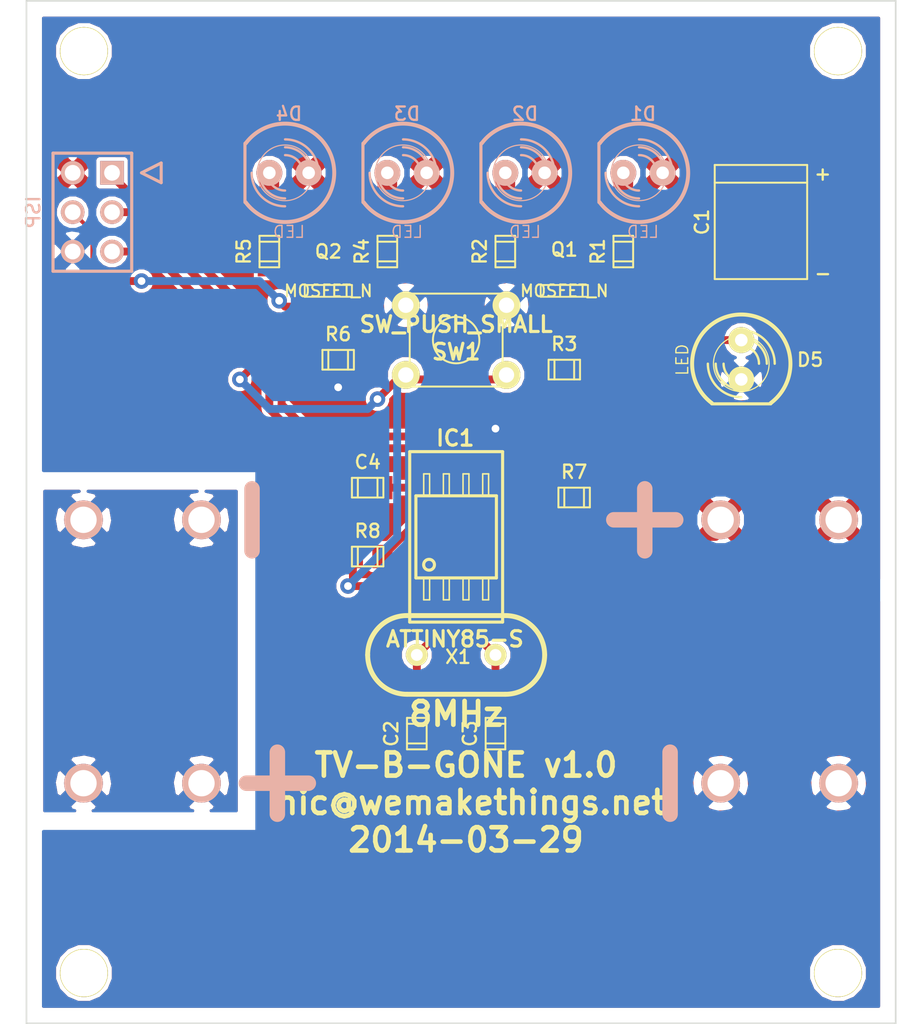
<source format=kicad_pcb>
(kicad_pcb (version 3) (host pcbnew "(2013-mar-13)-testing")

  (general
    (links 0)
    (no_connects 0)
    (area 84.523223 66.949999 149.283777 133.050001)
    (thickness 1.6)
    (drawings 8)
    (tracks 98)
    (zones 0)
    (modules 29)
    (nets 17)
  )

  (page A4)
  (layers
    (15 F.Cu signal)
    (0 B.Cu signal)
    (16 B.Adhes user)
    (17 F.Adhes user)
    (18 B.Paste user)
    (19 F.Paste user)
    (20 B.SilkS user)
    (21 F.SilkS user)
    (22 B.Mask user)
    (23 F.Mask user)
    (24 Dwgs.User user)
    (25 Cmts.User user)
    (26 Eco1.User user)
    (27 Eco2.User user)
    (28 Edge.Cuts user)
  )

  (setup
    (last_trace_width 0.254)
    (user_trace_width 0.254)
    (user_trace_width 0.508)
    (user_trace_width 1.27)
    (trace_clearance 0.254)
    (zone_clearance 0.254)
    (zone_45_only no)
    (trace_min 0.254)
    (segment_width 0.2)
    (edge_width 0.1)
    (via_size 1)
    (via_drill 0.5)
    (via_min_size 1)
    (via_min_drill 0.5)
    (uvia_size 0.508)
    (uvia_drill 0.127)
    (uvias_allowed no)
    (uvia_min_size 0.508)
    (uvia_min_drill 0.127)
    (pcb_text_width 0.3)
    (pcb_text_size 1.5 1.5)
    (mod_edge_width 0.15)
    (mod_text_size 0.8636 0.8636)
    (mod_text_width 0.15)
    (pad_size 3.1 3.1)
    (pad_drill 3)
    (pad_to_mask_clearance 0)
    (aux_axis_origin 0 0)
    (visible_elements FFFEFF7F)
    (pcbplotparams
      (layerselection 32769)
      (usegerberextensions false)
      (excludeedgelayer false)
      (linewidth 0.150000)
      (plotframeref false)
      (viasonmask false)
      (mode 1)
      (useauxorigin false)
      (hpglpennumber 1)
      (hpglpenspeed 20)
      (hpglpendiameter 15)
      (hpglpenoverlay 2)
      (psnegative false)
      (psa4output false)
      (plotreference true)
      (plotvalue false)
      (plotothertext false)
      (plotinvisibletext false)
      (padsonsilk false)
      (subtractmaskfromsilk false)
      (outputformat 2)
      (mirror false)
      (drillshape 0)
      (scaleselection 1)
      (outputdirectory ps/))
  )

  (net 0 "")
  (net 1 /MISO)
  (net 2 /MOSI)
  (net 3 /RESET)
  (net 4 /SCK)
  (net 5 GND)
  (net 6 N-000001)
  (net 7 N-0000013)
  (net 8 N-0000014)
  (net 9 N-0000015)
  (net 10 N-0000016)
  (net 11 N-000003)
  (net 12 N-000006)
  (net 13 N-000007)
  (net 14 N-000008)
  (net 15 N-000009)
  (net 16 VCC)

  (net_class Default "This is the default net class."
    (clearance 0.254)
    (trace_width 0.254)
    (via_dia 1)
    (via_drill 0.5)
    (uvia_dia 0.508)
    (uvia_drill 0.127)
    (add_net "")
    (add_net /MISO)
    (add_net /MOSI)
    (add_net /RESET)
    (add_net /SCK)
    (add_net GND)
    (add_net N-000001)
    (add_net N-0000013)
    (add_net N-0000014)
    (add_net N-0000015)
    (add_net N-0000016)
    (add_net N-000003)
    (add_net N-000006)
    (add_net N-000007)
    (add_net N-000008)
    (add_net N-000009)
    (add_net VCC)
  )

  (module c_tant_E (layer F.Cu) (tedit 537D1064) (tstamp 530A3A52)
    (at 136.525 81.28 90)
    (descr "SMT capacitor, tantalum size E")
    (path /530A3771)
    (fp_text reference C1 (at 0 -3.81 90) (layer F.SilkS)
      (effects (font (size 0.8636 0.8636) (thickness 0.15)))
    )
    (fp_text value CAPAPOL (at 0 3.556 90) (layer F.SilkS) hide
      (effects (font (size 0.50038 0.50038) (thickness 0.11938)))
    )
    (fp_text user - (at -3.302 4.00304 180) (layer F.SilkS)
      (effects (font (size 0.8636 0.8636) (thickness 0.15)))
    )
    (fp_text user + (at 3.06324 3.92684 90) (layer F.SilkS)
      (effects (font (size 0.8636 0.8636) (thickness 0.15)))
    )
    (fp_line (start 3.683 -2.9845) (end 3.683 2.9845) (layer F.SilkS) (width 0.127))
    (fp_line (start 2.54 2.9845) (end 2.54 -2.9845) (layer F.SilkS) (width 0.127))
    (fp_line (start -3.683 -2.9845) (end -3.683 2.9845) (layer F.SilkS) (width 0.127))
    (fp_line (start -3.683 2.9845) (end 3.683 2.9845) (layer F.SilkS) (width 0.127))
    (fp_line (start 3.683 -2.9845) (end -3.683 -2.9845) (layer F.SilkS) (width 0.127))
    (pad 1 smd rect (at 2.99974 0 90) (size 2.55016 4.39928)
      (layers F.Cu F.Paste F.Mask)
      (net 16 VCC)
    )
    (pad 2 smd rect (at -2.99974 0 90) (size 2.55016 4.39928)
      (layers F.Cu F.Paste F.Mask)
      (net 5 GND)
    )
    (model smd/capacitors/c_tant_E.wrl
      (at (xyz 0 0 0))
      (scale (xyz 1 1 1))
      (rotate (xyz 0 0 0))
    )
  )

  (module BATT-AA-BK92   locked (layer B.Cu) (tedit 537D0D94) (tstamp 530E2FB4)
    (at 117.1575 100.5 180)
    (descr "AA clip, PTH")
    (path /530E29E9)
    (fp_text reference BT1 (at 0 1 180) (layer B.SilkS) hide
      (effects (font (size 1 1) (thickness 0.15)) (justify mirror))
    )
    (fp_text value BATTERY (at 0 -1 180) (layer B.SilkS) hide
      (effects (font (size 1 1) (thickness 0.15)) (justify mirror))
    )
    (fp_line (start 25 4.75) (end 16.75 4.75) (layer Dwgs.User) (width 0.0762))
    (fp_line (start 16.75 4.75) (end 16.75 -4.75) (layer Dwgs.User) (width 0.0762))
    (fp_line (start 16.75 -4.75) (end 25 -4.75) (layer Dwgs.User) (width 0.0762))
    (fp_line (start -24 4.75) (end -16.75 4.75) (layer Dwgs.User) (width 0.0762))
    (fp_line (start -16.75 4.75) (end -16.75 -4.75) (layer Dwgs.User) (width 0.0762))
    (fp_line (start -16.75 -4.75) (end -24 -4.75) (layer Dwgs.User) (width 0.0762))
    (fp_line (start 13.5 2) (end 13.5 -2) (layer B.SilkS) (width 1))
    (fp_line (start -11.86424 2) (end -11.86424 -2) (layer B.SilkS) (width 1))
    (fp_line (start -13.86424 0) (end -9.86424 0) (layer B.SilkS) (width 1))
    (fp_line (start -27 8) (end 27 8) (layer Eco1.User) (width 0.0762))
    (fp_line (start 27 8) (end 27 -8) (layer Eco1.User) (width 0.0762))
    (fp_line (start 27 -8) (end -27 -8) (layer Eco1.User) (width 0.0762))
    (fp_line (start -27 -8) (end -27 8) (layer Eco1.User) (width 0.0762))
    (fp_line (start 16.75 7) (end 16.75 7.5) (layer Dwgs.User) (width 0.0762))
    (fp_line (start 16.75 7.5) (end 26.5 7.5) (layer Dwgs.User) (width 0.0762))
    (fp_line (start 26.5 7.5) (end 26.5 -7.5) (layer Dwgs.User) (width 0.0762))
    (fp_line (start 26.5 -7.5) (end 16.75 -7.5) (layer Dwgs.User) (width 0.0762))
    (fp_line (start 16.75 -7.5) (end 16.75 -7) (layer Dwgs.User) (width 0.0762))
    (fp_line (start -16.75 7) (end -16.75 7.5) (layer Dwgs.User) (width 0.0762))
    (fp_line (start -16.75 7.5) (end -26.5 7.5) (layer Dwgs.User) (width 0.0762))
    (fp_line (start -26.5 7.5) (end -26.5 -7.5) (layer Dwgs.User) (width 0.0762))
    (fp_line (start -26.5 -7.5) (end -16.75 -7.5) (layer Dwgs.User) (width 0.0762))
    (fp_line (start -16.75 -7.5) (end -16.75 -7) (layer Dwgs.User) (width 0.0762))
    (fp_line (start -24 2.5) (end -25 2.5) (layer Dwgs.User) (width 0.0762))
    (fp_line (start -25 2.5) (end -25 -2.5) (layer Dwgs.User) (width 0.0762))
    (fp_line (start -25 -2.5) (end -24 -2.5) (layer Dwgs.User) (width 0.0762))
    (fp_line (start 25 -7) (end 25 7) (layer Dwgs.User) (width 0.0762))
    (fp_line (start 25 7) (end -24 7) (layer Dwgs.User) (width 0.0762))
    (fp_line (start -24 7) (end -24 -7) (layer Dwgs.User) (width 0.0762))
    (fp_line (start -24 -7) (end 25 -7) (layer Dwgs.User) (width 0.0762))
    (pad 1 thru_hole circle (at -16.765 0 180) (size 2.5 2.5) (drill 1.7)
      (layers *.Cu *.Mask B.SilkS)
      (net 16 VCC)
    )
    (pad 1 thru_hole circle (at -24.385 0 180) (size 2.5 2.5) (drill 1.7)
      (layers *.Cu *.Mask B.SilkS)
      (net 16 VCC)
    )
    (pad 2 thru_hole circle (at 24.385 0 180) (size 2.5 2.5) (drill 1.7)
      (layers *.Cu *.Mask B.SilkS)
      (net 15 N-000009)
    )
    (pad 2 thru_hole circle (at 16.765 0 180) (size 2.5 2.5) (drill 1.7)
      (layers *.Cu *.Mask B.SilkS)
      (net 15 N-000009)
    )
    (model 3D/Misc/BATT-AA-BK92.wrl
      (at (xyz 0 0 0))
      (scale (xyz 0.393701 0.393701 0.393701))
      (rotate (xyz 0 0 0))
    )
  )

  (module SW_PUSH_SMALL (layer F.Cu) (tedit 5337009D) (tstamp 530A47AC)
    (at 116.84 88.9 180)
    (path /530A368B)
    (fp_text reference SW1 (at 0 -0.762 180) (layer F.SilkS)
      (effects (font (size 1.016 1.016) (thickness 0.2032)))
    )
    (fp_text value SW_PUSH_SMALL (at 0 1.016 180) (layer F.SilkS)
      (effects (font (size 1.016 1.016) (thickness 0.2032)))
    )
    (fp_circle (center 0 0) (end 0 -1.5) (layer F.SilkS) (width 0.127))
    (fp_line (start -3 -3) (end 3 -3) (layer F.SilkS) (width 0.127))
    (fp_line (start 3 -3) (end 3 3) (layer F.SilkS) (width 0.127))
    (fp_line (start 3 3) (end -3 3) (layer F.SilkS) (width 0.127))
    (fp_line (start -3 -3) (end -3 3) (layer F.SilkS) (width 0.127))
    (pad 1 thru_hole circle (at 3.25 -2.25 180) (size 1.8 1.8) (drill 0.99)
      (layers *.Cu *.Mask F.SilkS)
      (net 3 /RESET)
    )
    (pad 2 thru_hole circle (at 3.25 2.25 180) (size 1.8 1.8) (drill 0.99)
      (layers *.Cu *.Mask F.SilkS)
      (net 5 GND)
    )
    (pad 1 thru_hole circle (at -3.25 -2.25 180) (size 1.8 1.8) (drill 0.99)
      (layers *.Cu *.Mask F.SilkS)
      (net 3 /RESET)
    )
    (pad 2 thru_hole circle (at -3.25 2.25 180) (size 1.8 1.8) (drill 0.99)
      (layers *.Cu *.Mask F.SilkS)
      (net 5 GND)
    )
  )

  (module MECH-HOLE220 (layer F.Cu) (tedit 537BB733) (tstamp 537BB6C1)
    (at 87.63 124.587)
    (fp_text reference "" (at 0 0) (layer F.SilkS) hide
      (effects (font (size 1 1) (thickness 0.15)))
    )
    (fp_text value VAL** (at 0 0) (layer F.SilkS) hide
      (effects (font (size 1 1) (thickness 0.15)))
    )
    (pad "" thru_hole circle (at 5.17 5.163) (size 3.1 3.1) (drill 3)
      (layers *.Cu *.Mask F.SilkS)
    )
  )

  (module MECH-HOLE220 (layer F.Cu) (tedit 537D0EFD) (tstamp 5337C274)
    (at 146.177 123.952)
    (fp_text reference "" (at 0 0) (layer F.SilkS) hide
      (effects (font (size 1 1) (thickness 0.15)))
    )
    (fp_text value VAL** (at 0 0) (layer F.SilkS) hide
      (effects (font (size 1 1) (thickness 0.15)))
    )
    (pad "" thru_hole circle (at -4.677 5.798) (size 3.1 3.1) (drill 3)
      (layers *.Cu *.Mask F.SilkS)
    )
  )

  (module MECH-HOLE220 (layer F.Cu) (tedit 537D0F0F) (tstamp 537BB6BB)
    (at 88.265 76.327)
    (fp_text reference "" (at 0 0) (layer F.SilkS) hide
      (effects (font (size 1 1) (thickness 0.15)))
    )
    (fp_text value VAL** (at 0 0) (layer F.SilkS) hide
      (effects (font (size 1 1) (thickness 0.15)))
    )
    (pad "" thru_hole circle (at 4.535 -6.077) (size 3.1 3.1) (drill 3)
      (layers *.Cu *.Mask F.SilkS)
    )
  )

  (module MECH-HOLE220 (layer F.Cu) (tedit 537D0F16) (tstamp 5337C269)
    (at 146.177 75.946)
    (fp_text reference "" (at 0 0) (layer F.SilkS) hide
      (effects (font (size 1 1) (thickness 0.15)))
    )
    (fp_text value VAL** (at 0 0) (layer F.SilkS) hide
      (effects (font (size 1 1) (thickness 0.15)))
    )
    (pad "" thru_hole circle (at -4.677 -5.696) (size 3.1 3.1) (drill 3)
      (layers *.Cu *.Mask F.SilkS)
    )
  )

  (module pin_array_3x2 (layer B.Cu) (tedit 5336FCAD) (tstamp 530A45DF)
    (at 93.345 80.645 270)
    (descr "Double rangee de contacts 2 x 4 pins")
    (tags CONN)
    (path /530A3833)
    (fp_text reference ISP (at 0 3.81 270) (layer B.SilkS)
      (effects (font (size 0.8636 0.8636) (thickness 0.15)) (justify mirror))
    )
    (fp_text value AVR-ISP-6 (at 0 -3.81 270) (layer B.SilkS) hide
      (effects (font (size 1.016 1.016) (thickness 0.2032)) (justify mirror))
    )
    (fp_line (start 3.81 -2.54) (end -3.81 -2.54) (layer B.SilkS) (width 0.2032))
    (fp_line (start -3.81 2.54) (end 3.81 2.54) (layer B.SilkS) (width 0.2032))
    (fp_line (start 3.81 2.54) (end 3.81 -2.54) (layer B.SilkS) (width 0.2032))
    (fp_line (start -3.81 -2.54) (end -3.81 2.54) (layer B.SilkS) (width 0.2032))
    (pad 1 thru_hole rect (at -2.54 -1.27 270) (size 1.524 1.524) (drill 1.016)
      (layers *.Cu *.Mask B.SilkS)
      (net 1 /MISO)
    )
    (pad 2 thru_hole circle (at -2.54 1.27 270) (size 1.524 1.524) (drill 1.016)
      (layers *.Cu *.Mask B.SilkS)
      (net 16 VCC)
    )
    (pad 3 thru_hole circle (at 0 -1.27 270) (size 1.524 1.524) (drill 1.016)
      (layers *.Cu *.Mask B.SilkS)
      (net 4 /SCK)
    )
    (pad 4 thru_hole circle (at 0 1.27 270) (size 1.524 1.524) (drill 1.016)
      (layers *.Cu *.Mask B.SilkS)
      (net 2 /MOSI)
    )
    (pad 5 thru_hole circle (at 2.54 -1.27 270) (size 1.524 1.524) (drill 1.016)
      (layers *.Cu *.Mask B.SilkS)
      (net 3 /RESET)
    )
    (pad 6 thru_hole circle (at 2.54 1.27 270) (size 1.524 1.524) (drill 1.016)
      (layers *.Cu *.Mask B.SilkS)
      (net 5 GND)
    )
    (model pin_array/pins_array_3x2.wrl
      (at (xyz 0 0 0))
      (scale (xyz 1 1 1))
      (rotate (xyz 0 0 0))
    )
  )

  (module c_0805 (layer F.Cu) (tedit 5336FD45) (tstamp 530A3B37)
    (at 111.125 102.87 180)
    (descr "SMT capacitor, 0805")
    (path /530A309D)
    (fp_text reference R8 (at 0 1.651 180) (layer F.SilkS)
      (effects (font (size 0.8636 0.8636) (thickness 0.15)))
    )
    (fp_text value 10k (at 0 0.9906 180) (layer F.SilkS) hide
      (effects (font (size 0.29972 0.29972) (thickness 0.06096)))
    )
    (fp_line (start 0.635 -0.635) (end 0.635 0.635) (layer F.SilkS) (width 0.127))
    (fp_line (start -0.635 -0.635) (end -0.635 0.6096) (layer F.SilkS) (width 0.127))
    (fp_line (start -1.016 -0.635) (end 1.016 -0.635) (layer F.SilkS) (width 0.127))
    (fp_line (start 1.016 -0.635) (end 1.016 0.635) (layer F.SilkS) (width 0.127))
    (fp_line (start 1.016 0.635) (end -1.016 0.635) (layer F.SilkS) (width 0.127))
    (fp_line (start -1.016 0.635) (end -1.016 -0.635) (layer F.SilkS) (width 0.127))
    (pad 1 smd rect (at 0.9525 0 180) (size 1.30048 1.4986)
      (layers F.Cu F.Paste F.Mask)
      (net 3 /RESET)
    )
    (pad 2 smd rect (at -0.9525 0 180) (size 1.30048 1.4986)
      (layers F.Cu F.Paste F.Mask)
      (net 16 VCC)
    )
    (model smd/capacitors/c_0805.wrl
      (at (xyz 0 0 0))
      (scale (xyz 1 1 1))
      (rotate (xyz 0 0 0))
    )
  )

  (module c_0805 (layer F.Cu) (tedit 5336FD36) (tstamp 5336DF6A)
    (at 124.46 99.06)
    (descr "SMT capacitor, 0805")
    (path /530A30D8)
    (fp_text reference R7 (at 0 -1.651) (layer F.SilkS)
      (effects (font (size 0.8636 0.8636) (thickness 0.15)))
    )
    (fp_text value 330 (at 0 0.9906) (layer F.SilkS) hide
      (effects (font (size 0.29972 0.29972) (thickness 0.06096)))
    )
    (fp_line (start 0.635 -0.635) (end 0.635 0.635) (layer F.SilkS) (width 0.127))
    (fp_line (start -0.635 -0.635) (end -0.635 0.6096) (layer F.SilkS) (width 0.127))
    (fp_line (start -1.016 -0.635) (end 1.016 -0.635) (layer F.SilkS) (width 0.127))
    (fp_line (start 1.016 -0.635) (end 1.016 0.635) (layer F.SilkS) (width 0.127))
    (fp_line (start 1.016 0.635) (end -1.016 0.635) (layer F.SilkS) (width 0.127))
    (fp_line (start -1.016 0.635) (end -1.016 -0.635) (layer F.SilkS) (width 0.127))
    (pad 1 smd rect (at 0.9525 0) (size 1.30048 1.4986)
      (layers F.Cu F.Paste F.Mask)
      (net 14 N-000008)
    )
    (pad 2 smd rect (at -0.9525 0) (size 1.30048 1.4986)
      (layers F.Cu F.Paste F.Mask)
      (net 4 /SCK)
    )
    (model smd/capacitors/c_0805.wrl
      (at (xyz 0 0 0))
      (scale (xyz 1 1 1))
      (rotate (xyz 0 0 0))
    )
  )

  (module c_0805 (layer F.Cu) (tedit 5336FD55) (tstamp 530A3B1F)
    (at 109.22 90.17 180)
    (descr "SMT capacitor, 0805")
    (path /530A3188)
    (fp_text reference R6 (at 0 1.651 180) (layer F.SilkS)
      (effects (font (size 0.8636 0.8636) (thickness 0.15)))
    )
    (fp_text value 10k (at 0 0.9906 180) (layer F.SilkS) hide
      (effects (font (size 0.29972 0.29972) (thickness 0.06096)))
    )
    (fp_line (start 0.635 -0.635) (end 0.635 0.635) (layer F.SilkS) (width 0.127))
    (fp_line (start -0.635 -0.635) (end -0.635 0.6096) (layer F.SilkS) (width 0.127))
    (fp_line (start -1.016 -0.635) (end 1.016 -0.635) (layer F.SilkS) (width 0.127))
    (fp_line (start 1.016 -0.635) (end 1.016 0.635) (layer F.SilkS) (width 0.127))
    (fp_line (start 1.016 0.635) (end -1.016 0.635) (layer F.SilkS) (width 0.127))
    (fp_line (start -1.016 0.635) (end -1.016 -0.635) (layer F.SilkS) (width 0.127))
    (pad 1 smd rect (at 0.9525 0 180) (size 1.30048 1.4986)
      (layers F.Cu F.Paste F.Mask)
      (net 2 /MOSI)
    )
    (pad 2 smd rect (at -0.9525 0 180) (size 1.30048 1.4986)
      (layers F.Cu F.Paste F.Mask)
      (net 5 GND)
    )
    (model smd/capacitors/c_0805.wrl
      (at (xyz 0 0 0))
      (scale (xyz 1 1 1))
      (rotate (xyz 0 0 0))
    )
  )

  (module c_0805 (layer F.Cu) (tedit 5336FC4E) (tstamp 530A3B13)
    (at 104.775 83.185 90)
    (descr "SMT capacitor, 0805")
    (path /530A36BA)
    (fp_text reference R5 (at 0 -1.651 90) (layer F.SilkS)
      (effects (font (size 0.8636 0.8636) (thickness 0.15)))
    )
    (fp_text value 10k (at 0 0.9906 90) (layer F.SilkS) hide
      (effects (font (size 0.29972 0.29972) (thickness 0.06096)))
    )
    (fp_line (start 0.635 -0.635) (end 0.635 0.635) (layer F.SilkS) (width 0.127))
    (fp_line (start -0.635 -0.635) (end -0.635 0.6096) (layer F.SilkS) (width 0.127))
    (fp_line (start -1.016 -0.635) (end 1.016 -0.635) (layer F.SilkS) (width 0.127))
    (fp_line (start 1.016 -0.635) (end 1.016 0.635) (layer F.SilkS) (width 0.127))
    (fp_line (start 1.016 0.635) (end -1.016 0.635) (layer F.SilkS) (width 0.127))
    (fp_line (start -1.016 0.635) (end -1.016 -0.635) (layer F.SilkS) (width 0.127))
    (pad 1 smd rect (at 0.9525 0 90) (size 1.30048 1.4986)
      (layers F.Cu F.Paste F.Mask)
      (net 10 N-0000016)
    )
    (pad 2 smd rect (at -0.9525 0 90) (size 1.30048 1.4986)
      (layers F.Cu F.Paste F.Mask)
      (net 11 N-000003)
    )
    (model smd/capacitors/c_0805.wrl
      (at (xyz 0 0 0))
      (scale (xyz 1 1 1))
      (rotate (xyz 0 0 0))
    )
  )

  (module c_0805 (layer F.Cu) (tedit 5336FC5F) (tstamp 530A3B07)
    (at 112.395 83.185 90)
    (descr "SMT capacitor, 0805")
    (path /530A3175)
    (fp_text reference R4 (at 0 -1.651 90) (layer F.SilkS)
      (effects (font (size 0.8636 0.8636) (thickness 0.15)))
    )
    (fp_text value 10k (at 0 0.9906 90) (layer F.SilkS) hide
      (effects (font (size 0.29972 0.29972) (thickness 0.06096)))
    )
    (fp_line (start 0.635 -0.635) (end 0.635 0.635) (layer F.SilkS) (width 0.127))
    (fp_line (start -0.635 -0.635) (end -0.635 0.6096) (layer F.SilkS) (width 0.127))
    (fp_line (start -1.016 -0.635) (end 1.016 -0.635) (layer F.SilkS) (width 0.127))
    (fp_line (start 1.016 -0.635) (end 1.016 0.635) (layer F.SilkS) (width 0.127))
    (fp_line (start 1.016 0.635) (end -1.016 0.635) (layer F.SilkS) (width 0.127))
    (fp_line (start -1.016 0.635) (end -1.016 -0.635) (layer F.SilkS) (width 0.127))
    (pad 1 smd rect (at 0.9525 0 90) (size 1.30048 1.4986)
      (layers F.Cu F.Paste F.Mask)
      (net 7 N-0000013)
    )
    (pad 2 smd rect (at -0.9525 0 90) (size 1.30048 1.4986)
      (layers F.Cu F.Paste F.Mask)
      (net 11 N-000003)
    )
    (model smd/capacitors/c_0805.wrl
      (at (xyz 0 0 0))
      (scale (xyz 1 1 1))
      (rotate (xyz 0 0 0))
    )
  )

  (module c_0805 (layer F.Cu) (tedit 5336FDD9) (tstamp 530A3AFB)
    (at 123.825 90.805 180)
    (descr "SMT capacitor, 0805")
    (path /530A36E5)
    (fp_text reference R3 (at 0 1.651 180) (layer F.SilkS)
      (effects (font (size 0.8636 0.8636) (thickness 0.15)))
    )
    (fp_text value 10k (at 0 0.9906 180) (layer F.SilkS) hide
      (effects (font (size 0.29972 0.29972) (thickness 0.06096)))
    )
    (fp_line (start 0.635 -0.635) (end 0.635 0.635) (layer F.SilkS) (width 0.127))
    (fp_line (start -0.635 -0.635) (end -0.635 0.6096) (layer F.SilkS) (width 0.127))
    (fp_line (start -1.016 -0.635) (end 1.016 -0.635) (layer F.SilkS) (width 0.127))
    (fp_line (start 1.016 -0.635) (end 1.016 0.635) (layer F.SilkS) (width 0.127))
    (fp_line (start 1.016 0.635) (end -1.016 0.635) (layer F.SilkS) (width 0.127))
    (fp_line (start -1.016 0.635) (end -1.016 -0.635) (layer F.SilkS) (width 0.127))
    (pad 1 smd rect (at 0.9525 0 180) (size 1.30048 1.4986)
      (layers F.Cu F.Paste F.Mask)
      (net 2 /MOSI)
    )
    (pad 2 smd rect (at -0.9525 0 180) (size 1.30048 1.4986)
      (layers F.Cu F.Paste F.Mask)
      (net 5 GND)
    )
    (model smd/capacitors/c_0805.wrl
      (at (xyz 0 0 0))
      (scale (xyz 1 1 1))
      (rotate (xyz 0 0 0))
    )
  )

  (module c_0805 (layer F.Cu) (tedit 5336FC69) (tstamp 530A3AEF)
    (at 120.015 83.185 90)
    (descr "SMT capacitor, 0805")
    (path /530A36FF)
    (fp_text reference R2 (at 0 -1.651 90) (layer F.SilkS)
      (effects (font (size 0.8636 0.8636) (thickness 0.15)))
    )
    (fp_text value 10k (at 0 0.9906 90) (layer F.SilkS) hide
      (effects (font (size 0.29972 0.29972) (thickness 0.06096)))
    )
    (fp_line (start 0.635 -0.635) (end 0.635 0.635) (layer F.SilkS) (width 0.127))
    (fp_line (start -0.635 -0.635) (end -0.635 0.6096) (layer F.SilkS) (width 0.127))
    (fp_line (start -1.016 -0.635) (end 1.016 -0.635) (layer F.SilkS) (width 0.127))
    (fp_line (start 1.016 -0.635) (end 1.016 0.635) (layer F.SilkS) (width 0.127))
    (fp_line (start 1.016 0.635) (end -1.016 0.635) (layer F.SilkS) (width 0.127))
    (fp_line (start -1.016 0.635) (end -1.016 -0.635) (layer F.SilkS) (width 0.127))
    (pad 1 smd rect (at 0.9525 0 90) (size 1.30048 1.4986)
      (layers F.Cu F.Paste F.Mask)
      (net 9 N-0000015)
    )
    (pad 2 smd rect (at -0.9525 0 90) (size 1.30048 1.4986)
      (layers F.Cu F.Paste F.Mask)
      (net 6 N-000001)
    )
    (model smd/capacitors/c_0805.wrl
      (at (xyz 0 0 0))
      (scale (xyz 1 1 1))
      (rotate (xyz 0 0 0))
    )
  )

  (module c_0805 (layer F.Cu) (tedit 5336FC73) (tstamp 530A44B3)
    (at 127.635 83.185 90)
    (descr "SMT capacitor, 0805")
    (path /530A36DF)
    (fp_text reference R1 (at 0 -1.651 90) (layer F.SilkS)
      (effects (font (size 0.8636 0.8636) (thickness 0.15)))
    )
    (fp_text value 10k (at 0 0.9906 90) (layer F.SilkS) hide
      (effects (font (size 0.29972 0.29972) (thickness 0.06096)))
    )
    (fp_line (start 0.635 -0.635) (end 0.635 0.635) (layer F.SilkS) (width 0.127))
    (fp_line (start -0.635 -0.635) (end -0.635 0.6096) (layer F.SilkS) (width 0.127))
    (fp_line (start -1.016 -0.635) (end 1.016 -0.635) (layer F.SilkS) (width 0.127))
    (fp_line (start 1.016 -0.635) (end 1.016 0.635) (layer F.SilkS) (width 0.127))
    (fp_line (start 1.016 0.635) (end -1.016 0.635) (layer F.SilkS) (width 0.127))
    (fp_line (start -1.016 0.635) (end -1.016 -0.635) (layer F.SilkS) (width 0.127))
    (pad 1 smd rect (at 0.9525 0 90) (size 1.30048 1.4986)
      (layers F.Cu F.Paste F.Mask)
      (net 8 N-0000014)
    )
    (pad 2 smd rect (at -0.9525 0 90) (size 1.30048 1.4986)
      (layers F.Cu F.Paste F.Mask)
      (net 6 N-000001)
    )
    (model smd/capacitors/c_0805.wrl
      (at (xyz 0 0 0))
      (scale (xyz 1 1 1))
      (rotate (xyz 0 0 0))
    )
  )

  (module SOT23GDS (layer F.Cu) (tedit 5336FC44) (tstamp 530A3B90)
    (at 108.585 85.725 180)
    (descr "Module CMS SOT23 Transistore EBC")
    (tags "CMS SOT")
    (path /530A3147)
    (attr smd)
    (fp_text reference Q2 (at 0 2.54 180) (layer F.SilkS)
      (effects (font (size 0.8636 0.8636) (thickness 0.15)))
    )
    (fp_text value MOSFET_N (at 0 0 180) (layer F.SilkS)
      (effects (font (size 0.762 0.762) (thickness 0.12954)))
    )
    (fp_line (start -1.524 -0.381) (end 1.524 -0.381) (layer F.SilkS) (width 0.11938))
    (fp_line (start 1.524 -0.381) (end 1.524 0.381) (layer F.SilkS) (width 0.11938))
    (fp_line (start 1.524 0.381) (end -1.524 0.381) (layer F.SilkS) (width 0.11938))
    (fp_line (start -1.524 0.381) (end -1.524 -0.381) (layer F.SilkS) (width 0.11938))
    (pad S smd rect (at -0.889 -1.016 180) (size 0.9144 0.9144)
      (layers F.Cu F.Paste F.Mask)
      (net 5 GND)
    )
    (pad G smd rect (at 0.889 -1.016 180) (size 0.9144 0.9144)
      (layers F.Cu F.Paste F.Mask)
      (net 2 /MOSI)
    )
    (pad D smd rect (at 0 1.016 180) (size 0.9144 0.9144)
      (layers F.Cu F.Paste F.Mask)
      (net 11 N-000003)
    )
    (model smd/cms_sot23.wrl
      (at (xyz 0 0 0))
      (scale (xyz 0.13 0.15 0.15))
      (rotate (xyz 0 0 0))
    )
  )

  (module SOT23GDS (layer F.Cu) (tedit 5336FC3B) (tstamp 530A3ACC)
    (at 123.825 85.725 180)
    (descr "Module CMS SOT23 Transistore EBC")
    (tags "CMS SOT")
    (path /530A36D3)
    (attr smd)
    (fp_text reference Q1 (at 0 2.667 180) (layer F.SilkS)
      (effects (font (size 0.8636 0.8636) (thickness 0.15)))
    )
    (fp_text value MOSFET_N (at 0 0 180) (layer F.SilkS)
      (effects (font (size 0.762 0.762) (thickness 0.12954)))
    )
    (fp_line (start -1.524 -0.381) (end 1.524 -0.381) (layer F.SilkS) (width 0.11938))
    (fp_line (start 1.524 -0.381) (end 1.524 0.381) (layer F.SilkS) (width 0.11938))
    (fp_line (start 1.524 0.381) (end -1.524 0.381) (layer F.SilkS) (width 0.11938))
    (fp_line (start -1.524 0.381) (end -1.524 -0.381) (layer F.SilkS) (width 0.11938))
    (pad S smd rect (at -0.889 -1.016 180) (size 0.9144 0.9144)
      (layers F.Cu F.Paste F.Mask)
      (net 5 GND)
    )
    (pad G smd rect (at 0.889 -1.016 180) (size 0.9144 0.9144)
      (layers F.Cu F.Paste F.Mask)
      (net 2 /MOSI)
    )
    (pad D smd rect (at 0 1.016 180) (size 0.9144 0.9144)
      (layers F.Cu F.Paste F.Mask)
      (net 6 N-000001)
    )
    (model smd/cms_sot23.wrl
      (at (xyz 0 0 0))
      (scale (xyz 0.13 0.15 0.15))
      (rotate (xyz 0 0 0))
    )
  )

  (module LED-5MM (layer F.Cu) (tedit 5336FC8C) (tstamp 530A3AC1)
    (at 135.255 90.17 270)
    (descr "LED 5mm - Lead pitch 100mil (2,54mm)")
    (tags "LED led 5mm 5MM 100mil 2,54mm")
    (path /530A30E5)
    (fp_text reference D5 (at 0 -4.445 540) (layer F.SilkS)
      (effects (font (size 0.8636 0.8636) (thickness 0.15)))
    )
    (fp_text value LED (at 0 3.81 270) (layer F.SilkS)
      (effects (font (size 0.762 0.762) (thickness 0.0889)))
    )
    (fp_line (start 2.8448 1.905) (end 2.8448 -1.905) (layer F.SilkS) (width 0.2032))
    (fp_circle (center 0.254 0) (end -1.016 1.27) (layer F.SilkS) (width 0.0762))
    (fp_arc (start 0.254 0) (end 2.794 1.905) (angle 286.2) (layer F.SilkS) (width 0.254))
    (fp_arc (start 0.254 0) (end -0.889 0) (angle 90) (layer F.SilkS) (width 0.1524))
    (fp_arc (start 0.254 0) (end 1.397 0) (angle 90) (layer F.SilkS) (width 0.1524))
    (fp_arc (start 0.254 0) (end -1.397 0) (angle 90) (layer F.SilkS) (width 0.1524))
    (fp_arc (start 0.254 0) (end 1.905 0) (angle 90) (layer F.SilkS) (width 0.1524))
    (fp_arc (start 0.254 0) (end -1.905 0) (angle 90) (layer F.SilkS) (width 0.1524))
    (fp_arc (start 0.254 0) (end 2.413 0) (angle 90) (layer F.SilkS) (width 0.1524))
    (pad 1 thru_hole circle (at -1.27 0 270) (size 1.6764 1.6764) (drill 0.8128)
      (layers *.Cu *.Mask F.SilkS)
      (net 14 N-000008)
    )
    (pad 2 thru_hole circle (at 1.27 0 270) (size 1.6764 1.6764) (drill 0.8128)
      (layers *.Cu *.Mask F.SilkS)
      (net 5 GND)
    )
    (model discret/leds/led5_vertical_verde.wrl
      (at (xyz 0 0 0))
      (scale (xyz 1 1 1))
      (rotate (xyz 0 0 0))
    )
  )

  (module LED-5MM (layer B.Cu) (tedit 50ADE86B) (tstamp 530A3AB2)
    (at 106.045 78.105 180)
    (descr "LED 5mm - Lead pitch 100mil (2,54mm)")
    (tags "LED led 5mm 5MM 100mil 2,54mm")
    (path /530A36B4)
    (fp_text reference D4 (at 0 3.81 180) (layer B.SilkS)
      (effects (font (size 0.8636 0.8636) (thickness 0.15)) (justify mirror))
    )
    (fp_text value LED (at 0 -3.81 180) (layer B.SilkS)
      (effects (font (size 0.762 0.762) (thickness 0.0889)) (justify mirror))
    )
    (fp_line (start 2.8448 -1.905) (end 2.8448 1.905) (layer B.SilkS) (width 0.2032))
    (fp_circle (center 0.254 0) (end -1.016 -1.27) (layer B.SilkS) (width 0.0762))
    (fp_arc (start 0.254 0) (end 2.794 -1.905) (angle -286.2) (layer B.SilkS) (width 0.254))
    (fp_arc (start 0.254 0) (end -0.889 0) (angle -90) (layer B.SilkS) (width 0.1524))
    (fp_arc (start 0.254 0) (end 1.397 0) (angle -90) (layer B.SilkS) (width 0.1524))
    (fp_arc (start 0.254 0) (end -1.397 0) (angle -90) (layer B.SilkS) (width 0.1524))
    (fp_arc (start 0.254 0) (end 1.905 0) (angle -90) (layer B.SilkS) (width 0.1524))
    (fp_arc (start 0.254 0) (end -1.905 0) (angle -90) (layer B.SilkS) (width 0.1524))
    (fp_arc (start 0.254 0) (end 2.413 0) (angle -90) (layer B.SilkS) (width 0.1524))
    (pad 1 thru_hole circle (at -1.27 0 180) (size 1.6764 1.6764) (drill 0.8128)
      (layers *.Cu *.Mask B.SilkS)
      (net 16 VCC)
    )
    (pad 2 thru_hole circle (at 1.27 0 180) (size 1.6764 1.6764) (drill 0.8128)
      (layers *.Cu *.Mask B.SilkS)
      (net 10 N-0000016)
    )
    (model discret/leds/led5_vertical_verde.wrl
      (at (xyz 0 0 0))
      (scale (xyz 1 1 1))
      (rotate (xyz 0 0 0))
    )
  )

  (module LED-5MM (layer B.Cu) (tedit 50ADE86B) (tstamp 530A3AA3)
    (at 113.665 78.105 180)
    (descr "LED 5mm - Lead pitch 100mil (2,54mm)")
    (tags "LED led 5mm 5MM 100mil 2,54mm")
    (path /530A316B)
    (fp_text reference D3 (at 0 3.81 180) (layer B.SilkS)
      (effects (font (size 0.8636 0.8636) (thickness 0.15)) (justify mirror))
    )
    (fp_text value LED (at 0 -3.81 180) (layer B.SilkS)
      (effects (font (size 0.762 0.762) (thickness 0.0889)) (justify mirror))
    )
    (fp_line (start 2.8448 -1.905) (end 2.8448 1.905) (layer B.SilkS) (width 0.2032))
    (fp_circle (center 0.254 0) (end -1.016 -1.27) (layer B.SilkS) (width 0.0762))
    (fp_arc (start 0.254 0) (end 2.794 -1.905) (angle -286.2) (layer B.SilkS) (width 0.254))
    (fp_arc (start 0.254 0) (end -0.889 0) (angle -90) (layer B.SilkS) (width 0.1524))
    (fp_arc (start 0.254 0) (end 1.397 0) (angle -90) (layer B.SilkS) (width 0.1524))
    (fp_arc (start 0.254 0) (end -1.397 0) (angle -90) (layer B.SilkS) (width 0.1524))
    (fp_arc (start 0.254 0) (end 1.905 0) (angle -90) (layer B.SilkS) (width 0.1524))
    (fp_arc (start 0.254 0) (end -1.905 0) (angle -90) (layer B.SilkS) (width 0.1524))
    (fp_arc (start 0.254 0) (end 2.413 0) (angle -90) (layer B.SilkS) (width 0.1524))
    (pad 1 thru_hole circle (at -1.27 0 180) (size 1.6764 1.6764) (drill 0.8128)
      (layers *.Cu *.Mask B.SilkS)
      (net 16 VCC)
    )
    (pad 2 thru_hole circle (at 1.27 0 180) (size 1.6764 1.6764) (drill 0.8128)
      (layers *.Cu *.Mask B.SilkS)
      (net 7 N-0000013)
    )
    (model discret/leds/led5_vertical_verde.wrl
      (at (xyz 0 0 0))
      (scale (xyz 1 1 1))
      (rotate (xyz 0 0 0))
    )
  )

  (module LED-5MM (layer B.Cu) (tedit 50ADE86B) (tstamp 530A3A94)
    (at 121.285 78.105 180)
    (descr "LED 5mm - Lead pitch 100mil (2,54mm)")
    (tags "LED led 5mm 5MM 100mil 2,54mm")
    (path /530A36F9)
    (fp_text reference D2 (at 0 3.81 180) (layer B.SilkS)
      (effects (font (size 0.8636 0.8636) (thickness 0.15)) (justify mirror))
    )
    (fp_text value LED (at 0 -3.81 180) (layer B.SilkS)
      (effects (font (size 0.762 0.762) (thickness 0.0889)) (justify mirror))
    )
    (fp_line (start 2.8448 -1.905) (end 2.8448 1.905) (layer B.SilkS) (width 0.2032))
    (fp_circle (center 0.254 0) (end -1.016 -1.27) (layer B.SilkS) (width 0.0762))
    (fp_arc (start 0.254 0) (end 2.794 -1.905) (angle -286.2) (layer B.SilkS) (width 0.254))
    (fp_arc (start 0.254 0) (end -0.889 0) (angle -90) (layer B.SilkS) (width 0.1524))
    (fp_arc (start 0.254 0) (end 1.397 0) (angle -90) (layer B.SilkS) (width 0.1524))
    (fp_arc (start 0.254 0) (end -1.397 0) (angle -90) (layer B.SilkS) (width 0.1524))
    (fp_arc (start 0.254 0) (end 1.905 0) (angle -90) (layer B.SilkS) (width 0.1524))
    (fp_arc (start 0.254 0) (end -1.905 0) (angle -90) (layer B.SilkS) (width 0.1524))
    (fp_arc (start 0.254 0) (end 2.413 0) (angle -90) (layer B.SilkS) (width 0.1524))
    (pad 1 thru_hole circle (at -1.27 0 180) (size 1.6764 1.6764) (drill 0.8128)
      (layers *.Cu *.Mask B.SilkS)
      (net 16 VCC)
    )
    (pad 2 thru_hole circle (at 1.27 0 180) (size 1.6764 1.6764) (drill 0.8128)
      (layers *.Cu *.Mask B.SilkS)
      (net 9 N-0000015)
    )
    (model discret/leds/led5_vertical_verde.wrl
      (at (xyz 0 0 0))
      (scale (xyz 1 1 1))
      (rotate (xyz 0 0 0))
    )
  )

  (module LED-5MM (layer B.Cu) (tedit 50ADE86B) (tstamp 530A3A85)
    (at 128.905 78.105 180)
    (descr "LED 5mm - Lead pitch 100mil (2,54mm)")
    (tags "LED led 5mm 5MM 100mil 2,54mm")
    (path /530A36D9)
    (fp_text reference D1 (at 0 3.81 180) (layer B.SilkS)
      (effects (font (size 0.8636 0.8636) (thickness 0.15)) (justify mirror))
    )
    (fp_text value LED (at 0 -3.81 180) (layer B.SilkS)
      (effects (font (size 0.762 0.762) (thickness 0.0889)) (justify mirror))
    )
    (fp_line (start 2.8448 -1.905) (end 2.8448 1.905) (layer B.SilkS) (width 0.2032))
    (fp_circle (center 0.254 0) (end -1.016 -1.27) (layer B.SilkS) (width 0.0762))
    (fp_arc (start 0.254 0) (end 2.794 -1.905) (angle -286.2) (layer B.SilkS) (width 0.254))
    (fp_arc (start 0.254 0) (end -0.889 0) (angle -90) (layer B.SilkS) (width 0.1524))
    (fp_arc (start 0.254 0) (end 1.397 0) (angle -90) (layer B.SilkS) (width 0.1524))
    (fp_arc (start 0.254 0) (end -1.397 0) (angle -90) (layer B.SilkS) (width 0.1524))
    (fp_arc (start 0.254 0) (end 1.905 0) (angle -90) (layer B.SilkS) (width 0.1524))
    (fp_arc (start 0.254 0) (end -1.905 0) (angle -90) (layer B.SilkS) (width 0.1524))
    (fp_arc (start 0.254 0) (end 2.413 0) (angle -90) (layer B.SilkS) (width 0.1524))
    (pad 1 thru_hole circle (at -1.27 0 180) (size 1.6764 1.6764) (drill 0.8128)
      (layers *.Cu *.Mask B.SilkS)
      (net 16 VCC)
    )
    (pad 2 thru_hole circle (at 1.27 0 180) (size 1.6764 1.6764) (drill 0.8128)
      (layers *.Cu *.Mask B.SilkS)
      (net 8 N-0000014)
    )
    (model discret/leds/led5_vertical_verde.wrl
      (at (xyz 0 0 0))
      (scale (xyz 1 1 1))
      (rotate (xyz 0 0 0))
    )
  )

  (module c_0805 (layer F.Cu) (tedit 5336FCFC) (tstamp 530A3A76)
    (at 111.125 98.425)
    (descr "SMT capacitor, 0805")
    (path /530A3733)
    (fp_text reference C4 (at 0 -1.651) (layer F.SilkS)
      (effects (font (size 0.8636 0.8636) (thickness 0.15)))
    )
    (fp_text value 100n (at 0 0.9906) (layer F.SilkS) hide
      (effects (font (size 0.29972 0.29972) (thickness 0.06096)))
    )
    (fp_line (start 0.635 -0.635) (end 0.635 0.635) (layer F.SilkS) (width 0.127))
    (fp_line (start -0.635 -0.635) (end -0.635 0.6096) (layer F.SilkS) (width 0.127))
    (fp_line (start -1.016 -0.635) (end 1.016 -0.635) (layer F.SilkS) (width 0.127))
    (fp_line (start 1.016 -0.635) (end 1.016 0.635) (layer F.SilkS) (width 0.127))
    (fp_line (start 1.016 0.635) (end -1.016 0.635) (layer F.SilkS) (width 0.127))
    (fp_line (start -1.016 0.635) (end -1.016 -0.635) (layer F.SilkS) (width 0.127))
    (pad 1 smd rect (at 0.9525 0) (size 1.30048 1.4986)
      (layers F.Cu F.Paste F.Mask)
      (net 16 VCC)
    )
    (pad 2 smd rect (at -0.9525 0) (size 1.30048 1.4986)
      (layers F.Cu F.Paste F.Mask)
      (net 5 GND)
    )
    (model smd/capacitors/c_0805.wrl
      (at (xyz 0 0 0))
      (scale (xyz 1 1 1))
      (rotate (xyz 0 0 0))
    )
  )

  (module c_0805 (layer F.Cu) (tedit 5336FDF7) (tstamp 530A3A6A)
    (at 119.38 114.3 90)
    (descr "SMT capacitor, 0805")
    (path /530A305E)
    (fp_text reference C3 (at 0 -1.651 90) (layer F.SilkS)
      (effects (font (size 0.8636 0.8636) (thickness 0.15)))
    )
    (fp_text value 22p (at 0 0.9906 90) (layer F.SilkS) hide
      (effects (font (size 0.29972 0.29972) (thickness 0.06096)))
    )
    (fp_line (start 0.635 -0.635) (end 0.635 0.635) (layer F.SilkS) (width 0.127))
    (fp_line (start -0.635 -0.635) (end -0.635 0.6096) (layer F.SilkS) (width 0.127))
    (fp_line (start -1.016 -0.635) (end 1.016 -0.635) (layer F.SilkS) (width 0.127))
    (fp_line (start 1.016 -0.635) (end 1.016 0.635) (layer F.SilkS) (width 0.127))
    (fp_line (start 1.016 0.635) (end -1.016 0.635) (layer F.SilkS) (width 0.127))
    (fp_line (start -1.016 0.635) (end -1.016 -0.635) (layer F.SilkS) (width 0.127))
    (pad 1 smd rect (at 0.9525 0 90) (size 1.30048 1.4986)
      (layers F.Cu F.Paste F.Mask)
      (net 12 N-000006)
    )
    (pad 2 smd rect (at -0.9525 0 90) (size 1.30048 1.4986)
      (layers F.Cu F.Paste F.Mask)
      (net 5 GND)
    )
    (model smd/capacitors/c_0805.wrl
      (at (xyz 0 0 0))
      (scale (xyz 1 1 1))
      (rotate (xyz 0 0 0))
    )
  )

  (module c_0805 (layer F.Cu) (tedit 5336FDEC) (tstamp 530A3A5E)
    (at 114.3 114.3 90)
    (descr "SMT capacitor, 0805")
    (path /530A306B)
    (fp_text reference C2 (at 0 -1.651 90) (layer F.SilkS)
      (effects (font (size 0.8636 0.8636) (thickness 0.15)))
    )
    (fp_text value 22p (at 0 0.9906 90) (layer F.SilkS) hide
      (effects (font (size 0.29972 0.29972) (thickness 0.06096)))
    )
    (fp_line (start 0.635 -0.635) (end 0.635 0.635) (layer F.SilkS) (width 0.127))
    (fp_line (start -0.635 -0.635) (end -0.635 0.6096) (layer F.SilkS) (width 0.127))
    (fp_line (start -1.016 -0.635) (end 1.016 -0.635) (layer F.SilkS) (width 0.127))
    (fp_line (start 1.016 -0.635) (end 1.016 0.635) (layer F.SilkS) (width 0.127))
    (fp_line (start 1.016 0.635) (end -1.016 0.635) (layer F.SilkS) (width 0.127))
    (fp_line (start -1.016 0.635) (end -1.016 -0.635) (layer F.SilkS) (width 0.127))
    (pad 1 smd rect (at 0.9525 0 90) (size 1.30048 1.4986)
      (layers F.Cu F.Paste F.Mask)
      (net 13 N-000007)
    )
    (pad 2 smd rect (at -0.9525 0 90) (size 1.30048 1.4986)
      (layers F.Cu F.Paste F.Mask)
      (net 5 GND)
    )
    (model smd/capacitors/c_0805.wrl
      (at (xyz 0 0 0))
      (scale (xyz 1 1 1))
      (rotate (xyz 0 0 0))
    )
  )

  (module HC-49V (layer F.Cu) (tedit 5336FCF0) (tstamp 5336FD91)
    (at 116.84 109.22)
    (descr "Quartz boitier HC-49 Vertical")
    (tags "QUARTZ DEV")
    (path /530A304F)
    (autoplace_cost180 10)
    (fp_text reference X1 (at 0.127 0.127) (layer F.SilkS)
      (effects (font (size 0.8636 0.8636) (thickness 0.15)))
    )
    (fp_text value 8MHz (at 0 3.81) (layer F.SilkS)
      (effects (font (thickness 0.3048)))
    )
    (fp_line (start -3.175 2.54) (end 3.175 2.54) (layer F.SilkS) (width 0.3175))
    (fp_line (start -3.175 -2.54) (end 3.175 -2.54) (layer F.SilkS) (width 0.3175))
    (fp_arc (start 3.175 0) (end 3.175 -2.54) (angle 90) (layer F.SilkS) (width 0.3175))
    (fp_arc (start 3.175 0) (end 5.715 0) (angle 90) (layer F.SilkS) (width 0.3175))
    (fp_arc (start -3.175 0) (end -5.715 0) (angle 90) (layer F.SilkS) (width 0.3175))
    (fp_arc (start -3.175 0) (end -3.175 2.54) (angle 90) (layer F.SilkS) (width 0.3175))
    (pad 1 thru_hole circle (at -2.54 0) (size 1.4224 1.4224) (drill 0.762)
      (layers *.Cu *.Mask F.SilkS)
      (net 13 N-000007)
    )
    (pad 2 thru_hole circle (at 2.54 0) (size 1.4224 1.4224) (drill 0.762)
      (layers *.Cu *.Mask F.SilkS)
      (net 12 N-000006)
    )
    (model discret/xtal/crystal_hc18u_vertical.wrl
      (at (xyz 0 0 0))
      (scale (xyz 1 1 0.2))
      (rotate (xyz 0 0 0))
    )
  )

  (module SO8_200mil_wide (layer F.Cu) (tedit 510FBDFB) (tstamp 530A3E7D)
    (at 116.84 101.6)
    (path /530A3029)
    (fp_text reference IC1 (at -0.06 -6.37) (layer F.SilkS)
      (effects (font (size 1 1) (thickness 0.2)))
    )
    (fp_text value ATTINY85-S (at -0.08 6.6) (layer F.SilkS)
      (effects (font (size 1 1) (thickness 0.2)))
    )
    (fp_circle (center -1.75 1.8) (end -1.4 1.8) (layer F.SilkS) (width 0.2))
    (fp_line (start -3 -5.5) (end 3 -5.5) (layer F.SilkS) (width 0.2))
    (fp_line (start 3 -5.5) (end 3 5.5) (layer F.SilkS) (width 0.2))
    (fp_line (start 3 5.5) (end -3 5.5) (layer F.SilkS) (width 0.2))
    (fp_line (start -3 5.5) (end -3 -5.5) (layer F.SilkS) (width 0.2))
    (fp_line (start -1.7145 2.667) (end -1.7145 4.064) (layer F.SilkS) (width 0.1))
    (fp_line (start -1.7145 4.064) (end -2.0955 4.064) (layer F.SilkS) (width 0.1))
    (fp_line (start -2.0955 4.064) (end -2.0955 2.667) (layer F.SilkS) (width 0.1))
    (fp_line (start -0.4445 2.667) (end -0.4445 4.064) (layer F.SilkS) (width 0.1))
    (fp_line (start -0.4445 4.064) (end -0.8255 4.064) (layer F.SilkS) (width 0.1))
    (fp_line (start -0.8255 4.064) (end -0.8255 2.667) (layer F.SilkS) (width 0.1))
    (fp_line (start 0.8255 2.667) (end 0.8255 4.064) (layer F.SilkS) (width 0.1))
    (fp_line (start 0.8255 4.064) (end 0.4445 4.064) (layer F.SilkS) (width 0.1))
    (fp_line (start 0.4445 4.064) (end 0.4445 2.667) (layer F.SilkS) (width 0.1))
    (fp_line (start 2.0955 2.667) (end 2.0955 4.064) (layer F.SilkS) (width 0.1))
    (fp_line (start 2.0955 4.064) (end 1.7145 4.064) (layer F.SilkS) (width 0.1))
    (fp_line (start 1.7145 4.064) (end 1.7145 2.667) (layer F.SilkS) (width 0.1))
    (fp_line (start -2.0955 -2.667) (end -2.0955 -4.064) (layer F.SilkS) (width 0.1))
    (fp_line (start -2.0955 -4.064) (end -1.7145 -4.064) (layer F.SilkS) (width 0.1))
    (fp_line (start -1.7145 -4.064) (end -1.7145 -2.667) (layer F.SilkS) (width 0.1))
    (fp_line (start -0.8255 -2.667) (end -0.8255 -4.064) (layer F.SilkS) (width 0.1))
    (fp_line (start -0.8255 -4.064) (end -0.4445 -4.064) (layer F.SilkS) (width 0.1))
    (fp_line (start -0.4445 -4.064) (end -0.4445 -2.667) (layer F.SilkS) (width 0.1))
    (fp_line (start 0.4445 -2.667) (end 0.4445 -4.064) (layer F.SilkS) (width 0.1))
    (fp_line (start 0.4445 -4.064) (end 0.8255 -4.064) (layer F.SilkS) (width 0.1))
    (fp_line (start 0.8255 -4.064) (end 0.8255 -2.667) (layer F.SilkS) (width 0.1))
    (fp_line (start 1.7145 -4.064) (end 2.0955 -4.064) (layer F.SilkS) (width 0.1))
    (fp_line (start 1.7145 -2.667) (end 1.7145 -4.064) (layer F.SilkS) (width 0.1))
    (fp_line (start 2.0955 -4.064) (end 2.0955 -2.667) (layer F.SilkS) (width 0.1))
    (fp_line (start 2.6 -2.65) (end 2.6 2.65) (layer F.SilkS) (width 0.2))
    (fp_line (start 2.6 2.65) (end -2.6 2.65) (layer F.SilkS) (width 0.2))
    (fp_line (start -2.6 2.65) (end -2.6 -2.65) (layer F.SilkS) (width 0.2))
    (fp_line (start -2.6 -2.65) (end 2.6 -2.65) (layer F.SilkS) (width 0.2))
    (pad 1 smd rect (at -1.905 3.81) (size 0.7 2.2)
      (layers F.Cu F.Paste F.Mask)
      (net 3 /RESET)
    )
    (pad 2 smd rect (at -0.635 3.81) (size 0.7 2.2)
      (layers F.Cu F.Paste F.Mask)
      (net 13 N-000007)
    )
    (pad 3 smd rect (at 0.635 3.81) (size 0.7 2.2)
      (layers F.Cu F.Paste F.Mask)
      (net 12 N-000006)
    )
    (pad 4 smd rect (at 1.905 3.81) (size 0.7 2.2)
      (layers F.Cu F.Paste F.Mask)
      (net 5 GND)
    )
    (pad 5 smd rect (at 1.905 -3.81) (size 0.7 2.2)
      (layers F.Cu F.Paste F.Mask)
      (net 2 /MOSI)
    )
    (pad 6 smd rect (at 0.635 -3.81) (size 0.7 2.2)
      (layers F.Cu F.Paste F.Mask)
      (net 1 /MISO)
    )
    (pad 7 smd rect (at -0.635 -3.81) (size 0.7 2.2)
      (layers F.Cu F.Paste F.Mask)
      (net 4 /SCK)
    )
    (pad 8 smd rect (at -1.905 -3.81) (size 0.7 2.2)
      (layers F.Cu F.Paste F.Mask)
      (net 16 VCC)
    )
  )

  (module BATT-AA-BK92-bold   locked (layer B.Cu) (tedit 537D0D94) (tstamp 530E2FDA)
    (at 117.1575 117.5)
    (descr "AA clip, PTH")
    (path /530E29DC)
    (fp_text reference BT2 (at 0 1) (layer B.SilkS) hide
      (effects (font (size 1 1) (thickness 0.15)) (justify mirror))
    )
    (fp_text value BATTERY (at 0 -1) (layer B.SilkS) hide
      (effects (font (size 1 1) (thickness 0.15)) (justify mirror))
    )
    (fp_line (start 25 4.75) (end 16.75 4.75) (layer Dwgs.User) (width 0.0762))
    (fp_line (start 16.75 4.75) (end 16.75 -4.75) (layer Dwgs.User) (width 0.0762))
    (fp_line (start 16.75 -4.75) (end 25 -4.75) (layer Dwgs.User) (width 0.0762))
    (fp_line (start -24 4.75) (end -16.75 4.75) (layer Dwgs.User) (width 0.0762))
    (fp_line (start -16.75 4.75) (end -16.75 -4.75) (layer Dwgs.User) (width 0.0762))
    (fp_line (start -16.75 -4.75) (end -24 -4.75) (layer Dwgs.User) (width 0.0762))
    (fp_line (start 13.5 2) (end 13.5 -2) (layer B.SilkS) (width 1))
    (fp_line (start -11.86424 2) (end -11.86424 -2) (layer B.SilkS) (width 1))
    (fp_line (start -13.86424 0) (end -9.86424 0) (layer B.SilkS) (width 1))
    (fp_line (start -27 8) (end 27 8) (layer Eco1.User) (width 0.0762))
    (fp_line (start 27 8) (end 27 -8) (layer Eco1.User) (width 0.0762))
    (fp_line (start 27 -8) (end -27 -8) (layer Eco1.User) (width 0.0762))
    (fp_line (start -27 -8) (end -27 8) (layer Eco1.User) (width 0.0762))
    (fp_line (start 16.75 7) (end 16.75 7.5) (layer Dwgs.User) (width 0.0762))
    (fp_line (start 16.75 7.5) (end 26.5 7.5) (layer Dwgs.User) (width 0.0762))
    (fp_line (start 26.5 7.5) (end 26.5 -7.5) (layer Dwgs.User) (width 0.0762))
    (fp_line (start 26.5 -7.5) (end 16.75 -7.5) (layer Dwgs.User) (width 0.0762))
    (fp_line (start 16.75 -7.5) (end 16.75 -7) (layer Dwgs.User) (width 0.0762))
    (fp_line (start -16.75 7) (end -16.75 7.5) (layer Dwgs.User) (width 0.0762))
    (fp_line (start -16.75 7.5) (end -26.5 7.5) (layer Dwgs.User) (width 0.0762))
    (fp_line (start -26.5 7.5) (end -26.5 -7.5) (layer Dwgs.User) (width 0.0762))
    (fp_line (start -26.5 -7.5) (end -16.75 -7.5) (layer Dwgs.User) (width 0.0762))
    (fp_line (start -16.75 -7.5) (end -16.75 -7) (layer Dwgs.User) (width 0.0762))
    (fp_line (start -24 2.5) (end -25 2.5) (layer Dwgs.User) (width 0.0762))
    (fp_line (start -25 2.5) (end -25 -2.5) (layer Dwgs.User) (width 0.0762))
    (fp_line (start -25 -2.5) (end -24 -2.5) (layer Dwgs.User) (width 0.0762))
    (fp_line (start 25 -7) (end 25 7) (layer Dwgs.User) (width 0.0762))
    (fp_line (start 25 7) (end -24 7) (layer Dwgs.User) (width 0.0762))
    (fp_line (start -24 7) (end -24 -7) (layer Dwgs.User) (width 0.0762))
    (fp_line (start -24 -7) (end 25 -7) (layer Dwgs.User) (width 0.0762))
    (pad 1 thru_hole circle (at -16.765 0) (size 2.5 2.5) (drill 1.7)
      (layers *.Cu *.Mask B.SilkS)
      (net 15 N-000009)
    )
    (pad 1 thru_hole circle (at -24.385 0) (size 2.5 2.5) (drill 1.7)
      (layers *.Cu *.Mask B.SilkS)
      (net 15 N-000009)
    )
    (pad 2 thru_hole circle (at 24.385 0) (size 2.5 2.5) (drill 1.7)
      (layers *.Cu *.Mask B.SilkS)
      (net 5 GND)
    )
    (pad 2 thru_hole circle (at 16.765 0) (size 2.5 2.5) (drill 1.7)
      (layers *.Cu *.Mask B.SilkS)
      (net 5 GND)
    )
    (model 3D/Misc/BATT-AA-BK92.wrl
      (at (xyz 0 0 0))
      (scale (xyz 0.393701 0.393701 0.393701))
      (rotate (xyz 0 0 0))
    )
  )

  (gr_line (start 97.79 78.74) (end 96.52 78.105) (angle 90) (layer B.SilkS) (width 0.2))
  (gr_line (start 97.79 77.47) (end 97.79 78.74) (angle 90) (layer B.SilkS) (width 0.2))
  (gr_line (start 96.52 78.105) (end 97.79 77.47) (angle 90) (layer B.SilkS) (width 0.2))
  (gr_text "TV-B-GONE v1.0\nmic@wemakethings.net\n2014-03-29\n" (at 117.475 118.745) (layer F.SilkS)
    (effects (font (size 1.5 1.5) (thickness 0.3)))
  )
  (gr_line (start 89.09 67) (end 89.09 133) (angle 90) (layer Edge.Cuts) (width 0.1))
  (gr_line (start 145.225 67) (end 89.09 67) (angle 90) (layer Edge.Cuts) (width 0.1))
  (gr_line (start 145.225 133) (end 145.225 67) (angle 90) (layer Edge.Cuts) (width 0.1))
  (gr_line (start 89.09 133) (end 145.225 133) (angle 90) (layer Edge.Cuts) (width 0.1))

  (segment (start 95.377 79.059366) (end 94.615 78.297366) (width 0.508) (layer F.Cu) (net 1))
  (segment (start 94.615 78.297366) (end 94.615 78.105) (width 0.508) (layer F.Cu) (net 1) (tstamp 5336E768))
  (segment (start 95.377 79.059366) (end 96.550817 80.233183) (width 0.508) (layer F.Cu) (net 1) (tstamp 5336E75F))
  (segment (start 116.2685 95.3135) (end 116.077998 95.122998) (width 0.508) (layer F.Cu) (net 1))
  (segment (start 97.185817 80.868183) (end 96.550817 80.233183) (width 0.508) (layer F.Cu) (net 1) (tstamp 5336E725))
  (segment (start 105.567817 89.250183) (end 97.185817 80.868183) (width 0.508) (layer F.Cu) (net 1) (tstamp 5336E720))
  (segment (start 105.567817 93.060183) (end 105.567817 89.250183) (width 0.508) (layer F.Cu) (net 1) (tstamp 5336E71F))
  (segment (start 107.630632 95.122998) (end 105.567817 93.060183) (width 0.508) (layer F.Cu) (net 1) (tstamp 5336E713))
  (segment (start 116.077998 95.122998) (end 107.630632 95.122998) (width 0.508) (layer F.Cu) (net 1) (tstamp 5336E70C))
  (segment (start 117.475 96.52) (end 116.2685 95.3135) (width 0.508) (layer F.Cu) (net 1))
  (segment (start 117.475 96.52) (end 117.475 98.425) (width 0.508) (layer F.Cu) (net 1) (tstamp 5336E6DD))
  (segment (start 107.696 86.741) (end 107.696 89.5985) (width 0.508) (layer F.Cu) (net 2))
  (segment (start 107.696 89.5985) (end 108.2675 90.17) (width 0.508) (layer F.Cu) (net 2) (tstamp 5336E5A1))
  (segment (start 107.696 86.741) (end 105.791 86.741) (width 0.508) (layer F.Cu) (net 2))
  (via (at 96.52 85.09) (size 1) (layers F.Cu B.Cu) (net 2))
  (segment (start 96.52 85.09) (end 104.14 85.09) (width 0.508) (layer B.Cu) (net 2) (tstamp 531086D5))
  (segment (start 93.345 81.915) (end 92.075 80.645) (width 0.254) (layer F.Cu) (net 2))
  (segment (start 93.345 81.915) (end 93.345 85.09) (width 0.254) (layer F.Cu) (net 2) (tstamp 531086CF))
  (segment (start 93.345 85.09) (end 96.52 85.09) (width 0.508) (layer F.Cu) (net 2))
  (segment (start 105.41 86.36) (end 104.14 85.09) (width 0.508) (layer B.Cu) (net 2) (tstamp 5336E378))
  (via (at 105.41 86.36) (size 1) (layers F.Cu B.Cu) (net 2))
  (segment (start 105.791 86.741) (end 105.41 86.36) (width 0.508) (layer F.Cu) (net 2) (tstamp 5336E36C))
  (segment (start 107.442 86.995) (end 107.696 86.741) (width 0.508) (layer F.Cu) (net 2) (tstamp 531086D9))
  (segment (start 122.8725 90.805) (end 122.8725 90.4875) (width 0.508) (layer F.Cu) (net 2))
  (segment (start 108.585 88.9) (end 107.696 88.011) (width 0.508) (layer F.Cu) (net 2) (tstamp 531082F7))
  (segment (start 121.285 88.9) (end 108.585 88.9) (width 0.508) (layer F.Cu) (net 2) (tstamp 531082F6))
  (segment (start 122.8725 90.4875) (end 121.285 88.9) (width 0.508) (layer F.Cu) (net 2) (tstamp 531082F5))
  (segment (start 118.745 98.425) (end 122.8725 94.2975) (width 0.508) (layer F.Cu) (net 2))
  (segment (start 122.8725 94.2975) (end 122.8725 90.805) (width 0.508) (layer F.Cu) (net 2) (tstamp 531082E0))
  (segment (start 107.696 86.741) (end 107.696 88.011) (width 0.508) (layer F.Cu) (net 2))
  (segment (start 122.936 86.741) (end 122.936 90.7415) (width 0.508) (layer F.Cu) (net 2) (status 10))
  (segment (start 122.936 90.7415) (end 122.8725 90.805) (width 0.508) (layer F.Cu) (net 2) (tstamp 530A4484))
  (segment (start 111.76 92.71) (end 111.125 93.345) (width 0.508) (layer B.Cu) (net 3))
  (segment (start 104.775 93.345) (end 102.87 91.44) (width 0.508) (layer B.Cu) (net 3) (tstamp 5336E62A))
  (segment (start 111.125 93.345) (end 104.775 93.345) (width 0.508) (layer B.Cu) (net 3) (tstamp 5336E629))
  (segment (start 111.4425 104.775) (end 114.935 104.775) (width 0.508) (layer F.Cu) (net 3))
  (segment (start 110.1725 102.87) (end 110.1725 104.4575) (width 0.508) (layer F.Cu) (net 3))
  (segment (start 110.1725 104.4575) (end 109.855 104.775) (width 0.508) (layer F.Cu) (net 3) (tstamp 5336E5E7))
  (segment (start 97.155 83.185) (end 103.505 89.535) (width 0.508) (layer F.Cu) (net 3))
  (segment (start 103.505 89.535) (end 103.505 90.805) (width 0.508) (layer F.Cu) (net 3))
  (segment (start 103.505 90.805) (end 102.87 91.44) (width 0.508) (layer F.Cu) (net 3) (tstamp 531086BE))
  (segment (start 97.155 83.185) (end 94.615 83.185) (width 0.508) (layer F.Cu) (net 3))
  (via (at 102.87 91.44) (size 1) (layers F.Cu B.Cu) (net 3))
  (via (at 111.76 92.71) (size 1) (layers F.Cu B.Cu) (net 3))
  (segment (start 113.03 91.44) (end 111.76 92.71) (width 0.508) (layer F.Cu) (net 3) (tstamp 531086B6))
  (segment (start 113.03 101.6) (end 113.03 91.44) (width 0.508) (layer B.Cu) (net 3) (tstamp 531082E9))
  (segment (start 109.855 104.775) (end 113.03 101.6) (width 0.508) (layer B.Cu) (net 3) (tstamp 531082E8))
  (via (at 109.855 104.775) (size 1) (layers F.Cu B.Cu) (net 3))
  (segment (start 111.4425 104.775) (end 109.855 104.775) (width 0.508) (layer F.Cu) (net 3) (tstamp 531082E6))
  (segment (start 120.65 91.44) (end 113.03 91.44) (width 0.508) (layer F.Cu) (net 3))
  (segment (start 94.615 80.645) (end 95.885 80.645) (width 0.508) (layer F.Cu) (net 4))
  (segment (start 116.205 96.52) (end 116.205 98.425) (width 0.508) (layer F.Cu) (net 4) (tstamp 531086AC))
  (segment (start 115.57 95.885) (end 116.205 96.52) (width 0.508) (layer F.Cu) (net 4) (tstamp 531086AB))
  (segment (start 107.315 95.885) (end 115.57 95.885) (width 0.508) (layer F.Cu) (net 4) (tstamp 531086A9))
  (segment (start 104.775 93.345) (end 107.315 95.885) (width 0.508) (layer F.Cu) (net 4) (tstamp 531086A7))
  (segment (start 104.775 89.535) (end 104.775 93.345) (width 0.508) (layer F.Cu) (net 4) (tstamp 531086A5))
  (segment (start 95.885 80.645) (end 104.775 89.535) (width 0.508) (layer F.Cu) (net 4) (tstamp 531086A4))
  (segment (start 116.205 98.425) (end 116.205 99.695) (width 0.508) (layer F.Cu) (net 4))
  (segment (start 122.2375 100.33) (end 123.5075 99.06) (width 0.508) (layer F.Cu) (net 4) (tstamp 531082DD))
  (segment (start 116.84 100.33) (end 122.2375 100.33) (width 0.508) (layer F.Cu) (net 4) (tstamp 531082DC))
  (segment (start 116.205 99.695) (end 116.84 100.33) (width 0.508) (layer F.Cu) (net 4) (tstamp 531082DB))
  (segment (start 110.1725 90.17) (end 110.1725 90.9955) (width 0.508) (layer F.Cu) (net 5))
  (via (at 109.22 91.948) (size 1) (layers F.Cu B.Cu) (net 5))
  (segment (start 110.1725 90.9955) (end 109.22 91.948) (width 0.508) (layer F.Cu) (net 5) (tstamp 5336E7A6))
  (segment (start 120.65 86.36) (end 119.38 86.36) (width 0.508) (layer B.Cu) (net 5))
  (via (at 119.38 94.615) (size 1) (layers F.Cu B.Cu) (net 5))
  (segment (start 118.11 93.345) (end 119.38 94.615) (width 0.508) (layer B.Cu) (net 5) (tstamp 5336E661))
  (segment (start 118.11 87.63) (end 118.11 93.345) (width 0.508) (layer B.Cu) (net 5) (tstamp 5336E65F))
  (segment (start 119.38 86.36) (end 118.11 87.63) (width 0.508) (layer B.Cu) (net 5) (tstamp 5336E65D))
  (segment (start 127.635 84.1375) (end 124.3965 84.1375) (width 1.27) (layer F.Cu) (net 6))
  (segment (start 124.3965 84.1375) (end 123.825 84.709) (width 1.27) (layer F.Cu) (net 6) (tstamp 530A4478) (status 20))
  (segment (start 120.015 84.1375) (end 123.2535 84.1375) (width 1.27) (layer F.Cu) (net 6))
  (segment (start 123.2535 84.1375) (end 123.825 84.709) (width 1.27) (layer F.Cu) (net 6) (tstamp 530A447B) (status 20))
  (segment (start 112.395 78.105) (end 112.395 82.2325) (width 1.27) (layer F.Cu) (net 7))
  (segment (start 127.635 78.105) (end 127.635 82.2325) (width 1.27) (layer F.Cu) (net 8))
  (segment (start 120.015 78.105) (end 120.015 82.2325) (width 1.27) (layer F.Cu) (net 9))
  (segment (start 104.775 78.105) (end 104.775 82.2325) (width 1.27) (layer F.Cu) (net 10))
  (segment (start 104.775 84.1375) (end 108.0135 84.1375) (width 1.27) (layer F.Cu) (net 11))
  (segment (start 108.0135 84.1375) (end 108.585 84.709) (width 1.27) (layer F.Cu) (net 11) (tstamp 530A4481))
  (segment (start 112.395 84.1375) (end 108.9025 84.1375) (width 1.27) (layer F.Cu) (net 11))
  (segment (start 108.585 84.455) (end 108.585 84.709) (width 1.27) (layer F.Cu) (net 11) (tstamp 530A4480))
  (segment (start 108.9025 84.1375) (end 108.585 84.455) (width 1.27) (layer F.Cu) (net 11) (tstamp 530A447E))
  (segment (start 119.38 113.3475) (end 119.38 109.22) (width 0.508) (layer F.Cu) (net 12))
  (segment (start 117.475 104.775) (end 117.475 107.315) (width 0.508) (layer F.Cu) (net 12))
  (segment (start 117.475 107.315) (end 119.38 109.22) (width 0.508) (layer F.Cu) (net 12) (tstamp 5310839C))
  (segment (start 114.3 113.3475) (end 114.3 109.22) (width 0.508) (layer F.Cu) (net 13))
  (segment (start 116.205 104.775) (end 116.205 107.315) (width 0.508) (layer F.Cu) (net 13))
  (segment (start 116.205 107.315) (end 114.3 109.22) (width 0.508) (layer F.Cu) (net 13) (tstamp 53108399))
  (segment (start 125.4125 99.06) (end 125.4125 96.8375) (width 0.508) (layer F.Cu) (net 14))
  (segment (start 133.35 88.9) (end 135.255 88.9) (width 0.508) (layer F.Cu) (net 14) (tstamp 5336E16B))
  (segment (start 125.4125 96.8375) (end 133.35 88.9) (width 0.508) (layer F.Cu) (net 14) (tstamp 5336E169))
  (segment (start 114.935 98.425) (end 112.0775 98.425) (width 0.508) (layer F.Cu) (net 16))
  (segment (start 112.0775 98.425) (end 111.76 98.1075) (width 0.508) (layer F.Cu) (net 16) (tstamp 531082D8))
  (segment (start 114.935 98.425) (end 114.935 100.33) (width 0.508) (layer F.Cu) (net 16))
  (segment (start 116.205 101.6) (end 133.605 101.6) (width 0.508) (layer F.Cu) (net 16) (tstamp 531082D5) (status 20))
  (segment (start 114.935 100.33) (end 116.205 101.6) (width 0.508) (layer F.Cu) (net 16) (tstamp 531082D4))
  (segment (start 111.76 103.1875) (end 114.935 100.0125) (width 0.508) (layer F.Cu) (net 16))
  (segment (start 114.935 100.0125) (end 114.935 98.425) (width 0.508) (layer F.Cu) (net 16) (tstamp 531082D1))

  (zone (net 5) (net_name GND) (layer F.Cu) (tstamp 53108334) (hatch edge 0.508)
    (connect_pads (clearance 0.254))
    (min_thickness 0.2032)
    (fill (arc_segments 16) (thermal_gap 0.508) (thermal_bridge_width 0.508))
    (polygon
      (pts
        (xy 144.225 132) (xy 90.09 132) (xy 90.09 120.65) (xy 104.005 120.65) (xy 104.005 97.29)
        (xy 90.09 97.29) (xy 90.09 81.915) (xy 140.335 81.915) (xy 140.335 95.52) (xy 129.54 95.52)
        (xy 129.54 105.68) (xy 144.225 105.68)
      )
    )
    (filled_polygon
      (pts
        (xy 140.2334 95.4184) (xy 139.33424 95.4184) (xy 139.33424 85.676077) (xy 139.33424 84.58454) (xy 139.33424 83.97494)
        (xy 139.33424 82.883403) (xy 139.241434 82.659349) (xy 139.069951 82.487866) (xy 138.845897 82.39506) (xy 138.603383 82.39506)
        (xy 136.8298 82.39506) (xy 136.6774 82.54746) (xy 136.6774 84.12734) (xy 139.18184 84.12734) (xy 139.33424 83.97494)
        (xy 139.33424 84.58454) (xy 139.18184 84.43214) (xy 136.6774 84.43214) (xy 136.6774 86.01202) (xy 136.8298 86.16442)
        (xy 138.603383 86.16442) (xy 138.845897 86.16442) (xy 139.069951 86.071614) (xy 139.241434 85.900131) (xy 139.33424 85.676077)
        (xy 139.33424 95.4184) (xy 136.718285 95.4184) (xy 136.718285 91.634572) (xy 136.681358 91.059787) (xy 136.532439 90.700264)
        (xy 136.292582 90.617945) (xy 135.470526 91.44) (xy 136.292582 92.262055) (xy 136.532439 92.179736) (xy 136.718285 91.634572)
        (xy 136.718285 95.4184) (xy 136.077055 95.4184) (xy 136.077055 92.477582) (xy 135.255 91.655526) (xy 135.039474 91.871052)
        (xy 135.039474 91.44) (xy 134.217418 90.617945) (xy 133.977561 90.700264) (xy 133.791715 91.245428) (xy 133.828642 91.820213)
        (xy 133.977561 92.179736) (xy 134.217418 92.262055) (xy 135.039474 91.44) (xy 135.039474 91.871052) (xy 134.432945 92.477582)
        (xy 134.515264 92.717439) (xy 135.060428 92.903285) (xy 135.635213 92.866358) (xy 135.994736 92.717439) (xy 136.077055 92.477582)
        (xy 136.077055 95.4184) (xy 129.4384 95.4184) (xy 129.4384 100.9904) (xy 116.457504 100.9904) (xy 115.5446 100.077496)
        (xy 115.5446 100.0125) (xy 115.5446 99.133294) (xy 115.57 99.107894) (xy 115.5954 99.133294) (xy 115.5954 99.695)
        (xy 115.641803 99.928284) (xy 115.773948 100.126052) (xy 116.408948 100.761053) (xy 116.527501 100.840267) (xy 116.606716 100.893197)
        (xy 116.606717 100.893197) (xy 116.84 100.9396) (xy 122.2375 100.9396) (xy 122.470784 100.893197) (xy 122.668552 100.761052)
        (xy 123.264704 100.1649) (xy 124.228473 100.1649) (xy 124.359171 100.110763) (xy 124.459203 100.010731) (xy 124.46 100.008806)
        (xy 124.460797 100.010731) (xy 124.560829 100.110763) (xy 124.691527 100.1649) (xy 124.832993 100.1649) (xy 126.133473 100.1649)
        (xy 126.264171 100.110763) (xy 126.364203 100.010731) (xy 126.41834 99.880033) (xy 126.41834 99.738567) (xy 126.41834 98.239967)
        (xy 126.364203 98.109269) (xy 126.264171 98.009237) (xy 126.133473 97.9551) (xy 126.0221 97.9551) (xy 126.0221 97.090004)
        (xy 133.602504 89.5096) (xy 134.215187 89.5096) (xy 134.242355 89.57535) (xy 134.577884 89.911464) (xy 134.84934 90.024182)
        (xy 134.515264 90.162561) (xy 134.432945 90.402418) (xy 135.255 91.224474) (xy 136.077055 90.402418) (xy 135.994736 90.162561)
        (xy 135.628042 90.037555) (xy 135.93035 89.912645) (xy 136.266464 89.577116) (xy 136.448592 89.138503) (xy 136.449007 88.66358)
        (xy 136.3726 88.47866) (xy 136.3726 86.01202) (xy 136.3726 84.43214) (xy 136.3726 84.12734) (xy 136.3726 82.54746)
        (xy 136.2202 82.39506) (xy 134.446617 82.39506) (xy 134.204103 82.39506) (xy 133.980049 82.487866) (xy 133.808566 82.659349)
        (xy 133.71576 82.883403) (xy 133.71576 83.97494) (xy 133.86816 84.12734) (xy 136.3726 84.12734) (xy 136.3726 84.43214)
        (xy 133.86816 84.43214) (xy 133.71576 84.58454) (xy 133.71576 85.676077) (xy 133.808566 85.900131) (xy 133.980049 86.071614)
        (xy 134.204103 86.16442) (xy 134.446617 86.16442) (xy 136.2202 86.16442) (xy 136.3726 86.01202) (xy 136.3726 88.47866)
        (xy 136.267645 88.22465) (xy 135.932116 87.888536) (xy 135.493503 87.706408) (xy 135.01858 87.705993) (xy 134.57965 87.887355)
        (xy 134.243536 88.222884) (xy 134.2155 88.2904) (xy 133.35 88.2904) (xy 133.116716 88.336803) (xy 132.918948 88.468948)
        (xy 126.03734 95.350556) (xy 126.03734 91.675557) (xy 126.03734 91.433043) (xy 126.03734 91.1098) (xy 126.03734 90.5002)
        (xy 126.03734 90.176957) (xy 126.03734 89.934443) (xy 125.944534 89.710389) (xy 125.7808 89.546655) (xy 125.7808 87.319457)
        (xy 125.7808 87.076943) (xy 125.7808 87.0458) (xy 125.7808 86.4362) (xy 125.7808 86.405057) (xy 125.7808 86.162543)
        (xy 125.687994 85.938489) (xy 125.516511 85.767006) (xy 125.292457 85.6742) (xy 125.0188 85.6742) (xy 124.8664 85.8266)
        (xy 124.8664 86.5886) (xy 125.6284 86.5886) (xy 125.7808 86.4362) (xy 125.7808 87.0458) (xy 125.6284 86.8934)
        (xy 124.8664 86.8934) (xy 124.8664 87.6554) (xy 125.0188 87.8078) (xy 125.292457 87.8078) (xy 125.516511 87.714994)
        (xy 125.687994 87.543511) (xy 125.7808 87.319457) (xy 125.7808 89.546655) (xy 125.773051 89.538906) (xy 125.548997 89.4461)
        (xy 125.0823 89.4461) (xy 124.9299 89.5985) (xy 124.9299 90.6526) (xy 125.88494 90.6526) (xy 126.03734 90.5002)
        (xy 126.03734 91.1098) (xy 125.88494 90.9574) (xy 124.9299 90.9574) (xy 124.9299 92.0115) (xy 125.0823 92.1639)
        (xy 125.548997 92.1639) (xy 125.773051 92.071094) (xy 125.944534 91.899611) (xy 126.03734 91.675557) (xy 126.03734 95.350556)
        (xy 124.981448 96.406448) (xy 124.849303 96.604216) (xy 124.8029 96.8375) (xy 124.8029 97.9551) (xy 124.691527 97.9551)
        (xy 124.560829 98.009237) (xy 124.460797 98.109269) (xy 124.46 98.111193) (xy 124.459203 98.109269) (xy 124.359171 98.009237)
        (xy 124.228473 97.9551) (xy 124.087007 97.9551) (xy 122.786527 97.9551) (xy 122.655829 98.009237) (xy 122.555797 98.109269)
        (xy 122.50166 98.239967) (xy 122.50166 98.381433) (xy 122.50166 99.203736) (xy 121.984996 99.7204) (xy 117.092504 99.7204)
        (xy 116.8146 99.442495) (xy 116.8146 99.133294) (xy 116.84 99.107894) (xy 116.923569 99.191463) (xy 117.054267 99.2456)
        (xy 117.195733 99.2456) (xy 117.895733 99.2456) (xy 118.026431 99.191463) (xy 118.11 99.107894) (xy 118.193569 99.191463)
        (xy 118.324267 99.2456) (xy 118.465733 99.2456) (xy 119.165733 99.2456) (xy 119.296431 99.191463) (xy 119.396463 99.091431)
        (xy 119.4506 98.960733) (xy 119.4506 98.819267) (xy 119.4506 98.581504) (xy 123.303552 94.728553) (xy 123.303552 94.728552)
        (xy 123.435697 94.530784) (xy 123.482099 94.2975) (xy 123.4821 94.2975) (xy 123.4821 91.9099) (xy 123.593473 91.9099)
        (xy 123.612764 91.901909) (xy 123.781949 92.071094) (xy 124.006003 92.1639) (xy 124.4727 92.1639) (xy 124.6251 92.0115)
        (xy 124.6251 90.9574) (xy 124.6051 90.9574) (xy 124.6051 90.6526) (xy 124.6251 90.6526) (xy 124.6251 89.5985)
        (xy 124.4727 89.4461) (xy 124.006003 89.4461) (xy 123.781949 89.538906) (xy 123.612764 89.70809) (xy 123.593473 89.7001)
        (xy 123.5456 89.7001) (xy 123.5456 87.519972) (xy 123.594631 87.499663) (xy 123.684583 87.40971) (xy 123.740006 87.543511)
        (xy 123.911489 87.714994) (xy 124.135543 87.8078) (xy 124.4092 87.8078) (xy 124.5616 87.6554) (xy 124.5616 86.8934)
        (xy 124.5416 86.8934) (xy 124.5416 86.5886) (xy 124.5616 86.5886) (xy 124.5616 85.8266) (xy 124.4092 85.6742)
        (xy 124.135543 85.6742) (xy 123.911489 85.767006) (xy 123.740006 85.938489) (xy 123.684583 86.072289) (xy 123.594631 85.982337)
        (xy 123.463933 85.9282) (xy 123.322467 85.9282) (xy 122.408067 85.9282) (xy 122.277369 85.982337) (xy 122.177337 86.082369)
        (xy 122.1232 86.213067) (xy 122.1232 86.354533) (xy 122.1232 87.268933) (xy 122.177337 87.399631) (xy 122.277369 87.499663)
        (xy 122.3264 87.519972) (xy 122.3264 89.079296) (xy 121.716052 88.468948) (xy 121.614871 88.40134) (xy 121.614871 86.859358)
        (xy 121.578914 86.259879) (xy 121.418679 85.873035) (xy 121.172422 85.783104) (xy 120.305526 86.65) (xy 121.172422 87.516896)
        (xy 121.418679 87.426965) (xy 121.614871 86.859358) (xy 121.614871 88.40134) (xy 121.518284 88.336803) (xy 121.285 88.2904)
        (xy 120.956896 88.2904) (xy 120.956896 87.732422) (xy 120.09 86.865526) (xy 119.874474 87.081052) (xy 119.874474 86.65)
        (xy 119.007578 85.783104) (xy 118.761321 85.873035) (xy 118.565129 86.440642) (xy 118.601086 87.040121) (xy 118.761321 87.426965)
        (xy 119.007578 87.516896) (xy 119.874474 86.65) (xy 119.874474 87.081052) (xy 119.223104 87.732422) (xy 119.313035 87.978679)
        (xy 119.880642 88.174871) (xy 120.480121 88.138914) (xy 120.866965 87.978679) (xy 120.956896 87.732422) (xy 120.956896 88.2904)
        (xy 115.114871 88.2904) (xy 115.114871 86.859358) (xy 115.078914 86.259879) (xy 114.918679 85.873035) (xy 114.672422 85.783104)
        (xy 114.456896 85.99863) (xy 114.456896 85.567578) (xy 114.366965 85.321321) (xy 113.799358 85.125129) (xy 113.199879 85.161086)
        (xy 112.813035 85.321321) (xy 112.723104 85.567578) (xy 113.59 86.434474) (xy 114.456896 85.567578) (xy 114.456896 85.99863)
        (xy 113.805526 86.65) (xy 114.672422 87.516896) (xy 114.918679 87.426965) (xy 115.114871 86.859358) (xy 115.114871 88.2904)
        (xy 114.456896 88.2904) (xy 114.456896 87.732422) (xy 113.59 86.865526) (xy 113.374474 87.081052) (xy 113.374474 86.65)
        (xy 112.507578 85.783104) (xy 112.261321 85.873035) (xy 112.065129 86.440642) (xy 112.101086 87.040121) (xy 112.261321 87.426965)
        (xy 112.507578 87.516896) (xy 113.374474 86.65) (xy 113.374474 87.081052) (xy 112.723104 87.732422) (xy 112.813035 87.978679)
        (xy 113.380642 88.174871) (xy 113.980121 88.138914) (xy 114.366965 87.978679) (xy 114.456896 87.732422) (xy 114.456896 88.2904)
        (xy 110.5408 88.2904) (xy 110.5408 87.319457) (xy 110.5408 87.076943) (xy 110.5408 87.0458) (xy 110.5408 86.4362)
        (xy 110.5408 86.405057) (xy 110.5408 86.162543) (xy 110.447994 85.938489) (xy 110.276511 85.767006) (xy 110.052457 85.6742)
        (xy 109.7788 85.6742) (xy 109.6264 85.8266) (xy 109.6264 86.5886) (xy 110.3884 86.5886) (xy 110.5408 86.4362)
        (xy 110.5408 87.0458) (xy 110.3884 86.8934) (xy 109.6264 86.8934) (xy 109.6264 87.6554) (xy 109.7788 87.8078)
        (xy 110.052457 87.8078) (xy 110.276511 87.714994) (xy 110.447994 87.543511) (xy 110.5408 87.319457) (xy 110.5408 88.2904)
        (xy 108.837504 88.2904) (xy 108.3056 87.758496) (xy 108.3056 87.519972) (xy 108.354631 87.499663) (xy 108.444583 87.40971)
        (xy 108.500006 87.543511) (xy 108.671489 87.714994) (xy 108.895543 87.8078) (xy 109.1692 87.8078) (xy 109.3216 87.6554)
        (xy 109.3216 86.8934) (xy 109.3016 86.8934) (xy 109.3016 86.5886) (xy 109.3216 86.5886) (xy 109.3216 85.8266)
        (xy 109.1692 85.6742) (xy 108.895543 85.6742) (xy 108.671489 85.767006) (xy 108.500006 85.938489) (xy 108.444583 86.072289)
        (xy 108.354631 85.982337) (xy 108.223933 85.9282) (xy 108.082467 85.9282) (xy 107.168067 85.9282) (xy 107.037369 85.982337)
        (xy 106.937337 86.082369) (xy 106.917027 86.1314) (xy 106.241304 86.1314) (xy 106.135765 85.875975) (xy 105.895291 85.635081)
        (xy 105.580936 85.504549) (xy 105.240557 85.504252) (xy 104.925975 85.634235) (xy 104.685081 85.874709) (xy 104.554549 86.189064)
        (xy 104.554252 86.529443) (xy 104.684235 86.844025) (xy 104.924709 87.084919) (xy 105.239064 87.215451) (xy 105.425141 87.215613)
        (xy 105.557716 87.304197) (xy 105.791 87.3506) (xy 106.917027 87.3506) (xy 106.937337 87.399631) (xy 107.037369 87.499663)
        (xy 107.0864 87.519972) (xy 107.0864 88.011) (xy 107.0864 89.5985) (xy 107.132803 89.831784) (xy 107.26166 90.024631)
        (xy 107.26166 90.990033) (xy 107.315797 91.120731) (xy 107.415829 91.220763) (xy 107.546527 91.2749) (xy 107.687993 91.2749)
        (xy 108.988473 91.2749) (xy 109.007764 91.266909) (xy 109.176949 91.436094) (xy 109.401003 91.5289) (xy 109.8677 91.5289)
        (xy 110.0201 91.3765) (xy 110.0201 90.3224) (xy 110.0001 90.3224) (xy 110.0001 90.0176) (xy 110.0201 90.0176)
        (xy 110.0201 89.9976) (xy 110.3249 89.9976) (xy 110.3249 90.0176) (xy 111.27994 90.0176) (xy 111.43234 89.8652)
        (xy 111.43234 89.541957) (xy 111.43234 89.5096) (xy 121.032496 89.5096) (xy 121.86666 90.343764) (xy 121.86666 91.625033)
        (xy 121.920797 91.755731) (xy 122.020829 91.855763) (xy 122.151527 91.9099) (xy 122.2629 91.9099) (xy 122.2629 94.044995)
        (xy 121.345818 94.962077) (xy 121.345818 90.901341) (xy 121.155067 90.439689) (xy 120.802169 90.086175) (xy 120.34085 89.894618)
        (xy 119.841341 89.894182) (xy 119.379689 90.084933) (xy 119.026175 90.437831) (xy 118.863165 90.8304) (xy 114.816505 90.8304)
        (xy 114.655067 90.439689) (xy 114.302169 90.086175) (xy 113.84085 89.894618) (xy 113.341341 89.894182) (xy 112.879689 90.084933)
        (xy 112.526175 90.437831) (xy 112.334618 90.89915) (xy 112.334291 91.273604) (xy 111.753501 91.854394) (xy 111.590557 91.854252)
        (xy 111.43234 91.919626) (xy 111.43234 91.040557) (xy 111.43234 90.798043) (xy 111.43234 90.4748) (xy 111.27994 90.3224)
        (xy 110.3249 90.3224) (xy 110.3249 91.3765) (xy 110.4773 91.5289) (xy 110.943997 91.5289) (xy 111.168051 91.436094)
        (xy 111.339534 91.264611) (xy 111.43234 91.040557) (xy 111.43234 91.919626) (xy 111.275975 91.984235) (xy 111.035081 92.224709)
        (xy 110.904549 92.539064) (xy 110.904252 92.879443) (xy 111.034235 93.194025) (xy 111.274709 93.434919) (xy 111.589064 93.565451)
        (xy 111.929443 93.565748) (xy 112.244025 93.435765) (xy 112.484919 93.195291) (xy 112.615451 92.880936) (xy 112.615594 92.716509)
        (xy 113.04773 92.284373) (xy 113.33915 92.405382) (xy 113.838659 92.405818) (xy 114.300311 92.215067) (xy 114.466066 92.0496)
        (xy 119.213892 92.0496) (xy 119.377831 92.213825) (xy 119.83915 92.405382) (xy 120.338659 92.405818) (xy 120.800311 92.215067)
        (xy 121.153825 91.862169) (xy 121.345382 91.40085) (xy 121.345818 90.901341) (xy 121.345818 94.962077) (xy 119.4506 96.857295)
        (xy 119.4506 96.619267) (xy 119.396463 96.488569) (xy 119.296431 96.388537) (xy 119.165733 96.3344) (xy 119.024267 96.3344)
        (xy 118.324267 96.3344) (xy 118.193569 96.388537) (xy 118.11 96.472106) (xy 118.0664 96.428506) (xy 118.038197 96.286717)
        (xy 118.038197 96.286716) (xy 117.985267 96.207501) (xy 117.906053 96.088948) (xy 116.699555 94.882451) (xy 116.699553 94.882448)
        (xy 116.50905 94.691946) (xy 116.311282 94.559801) (xy 116.077998 94.513398) (xy 107.883136 94.513398) (xy 106.177417 92.807679)
        (xy 106.177417 89.250183) (xy 106.131014 89.016899) (xy 105.998869 88.819131) (xy 99.196338 82.0166) (xy 103.6701 82.0166)
        (xy 103.6701 82.953473) (xy 103.724237 83.084171) (xy 103.824269 83.184203) (xy 103.826193 83.185) (xy 103.824269 83.185797)
        (xy 103.724237 83.285829) (xy 103.6701 83.416527) (xy 103.6701 83.557993) (xy 103.6701 84.858473) (xy 103.724237 84.989171)
        (xy 103.824269 85.089203) (xy 103.954967 85.14334) (xy 104.096433 85.14334) (xy 105.595033 85.14334) (xy 105.631825 85.1281)
        (xy 107.60318 85.1281) (xy 107.814758 85.339678) (xy 107.826337 85.367631) (xy 107.926369 85.467663) (xy 108.045495 85.517006)
        (xy 108.205914 85.624195) (xy 108.585 85.6996) (xy 108.964086 85.624195) (xy 109.124504 85.517006) (xy 109.243631 85.467663)
        (xy 109.343663 85.367631) (xy 109.393006 85.248504) (xy 109.473458 85.1281) (xy 111.538174 85.1281) (xy 111.574967 85.14334)
        (xy 111.716433 85.14334) (xy 113.215033 85.14334) (xy 113.345731 85.089203) (xy 113.445763 84.989171) (xy 113.4999 84.858473)
        (xy 113.4999 84.717007) (xy 113.4999 83.416527) (xy 113.445763 83.285829) (xy 113.345731 83.185797) (xy 113.343806 83.185)
        (xy 113.345731 83.184203) (xy 113.445763 83.084171) (xy 113.4999 82.953473) (xy 113.4999 82.812007) (xy 113.4999 82.0166)
        (xy 118.9101 82.0166) (xy 118.9101 82.953473) (xy 118.964237 83.084171) (xy 119.064269 83.184203) (xy 119.066193 83.185)
        (xy 119.064269 83.185797) (xy 118.964237 83.285829) (xy 118.9101 83.416527) (xy 118.9101 83.557993) (xy 118.9101 84.858473)
        (xy 118.964237 84.989171) (xy 119.064269 85.089203) (xy 119.194967 85.14334) (xy 119.336433 85.14334) (xy 119.995742 85.14334)
        (xy 119.699879 85.161086) (xy 119.313035 85.321321) (xy 119.223104 85.567578) (xy 120.09 86.434474) (xy 120.956896 85.567578)
        (xy 120.866965 85.321321) (xy 120.352044 85.14334) (xy 120.835033 85.14334) (xy 120.871825 85.1281) (xy 122.84318 85.1281)
        (xy 123.054758 85.339678) (xy 123.066337 85.367631) (xy 123.166369 85.467663) (xy 123.285495 85.517006) (xy 123.445914 85.624195)
        (xy 123.825 85.6996) (xy 124.204086 85.624195) (xy 124.364504 85.517006) (xy 124.483631 85.467663) (xy 124.583663 85.367631)
        (xy 124.595241 85.339678) (xy 124.80682 85.1281) (xy 126.778174 85.1281) (xy 126.814967 85.14334) (xy 126.956433 85.14334)
        (xy 128.455033 85.14334) (xy 128.585731 85.089203) (xy 128.685763 84.989171) (xy 128.7399 84.858473) (xy 128.7399 84.717007)
        (xy 128.7399 83.416527) (xy 128.685763 83.285829) (xy 128.585731 83.185797) (xy 128.583806 83.185) (xy 128.585731 83.184203)
        (xy 128.685763 83.084171) (xy 128.7399 82.953473) (xy 128.7399 82.812007) (xy 128.7399 82.0166) (xy 140.2334 82.0166)
        (xy 140.2334 95.4184)
      )
    )
    (filled_polygon
      (pts
        (xy 144.1234 131.8984) (xy 143.415757 131.8984) (xy 143.415757 117.792999) (xy 143.38529 117.053831) (xy 143.161038 116.512441)
        (xy 142.878479 116.379548) (xy 142.662952 116.595074) (xy 142.662952 116.164021) (xy 142.530059 115.881462) (xy 141.835499 115.626743)
        (xy 141.096331 115.65721) (xy 140.554941 115.881462) (xy 140.422048 116.164021) (xy 141.5425 117.284474) (xy 142.662952 116.164021)
        (xy 142.662952 116.595074) (xy 141.758026 117.5) (xy 142.878479 118.620452) (xy 143.161038 118.487559) (xy 143.415757 117.792999)
        (xy 143.415757 131.8984) (xy 143.40593 131.8984) (xy 143.40593 129.372616) (xy 143.116431 128.671974) (xy 142.662952 128.217703)
        (xy 142.662952 118.835979) (xy 141.5425 117.715526) (xy 141.326974 117.931052) (xy 141.326974 117.5) (xy 140.206521 116.379548)
        (xy 139.923962 116.512441) (xy 139.669243 117.207001) (xy 139.69971 117.946169) (xy 139.923962 118.487559) (xy 140.206521 118.620452)
        (xy 141.326974 117.5) (xy 141.326974 117.931052) (xy 140.422048 118.835979) (xy 140.554941 119.118538) (xy 141.249501 119.373257)
        (xy 141.988669 119.34279) (xy 142.530059 119.118538) (xy 142.662952 118.835979) (xy 142.662952 128.217703) (xy 142.580845 128.135453)
        (xy 141.88071 127.844731) (xy 141.122616 127.84407) (xy 140.421974 128.133569) (xy 139.885453 128.669155) (xy 139.594731 129.36929)
        (xy 139.59407 130.127384) (xy 139.883569 130.828026) (xy 140.419155 131.364547) (xy 141.11929 131.655269) (xy 141.877384 131.65593)
        (xy 142.578026 131.366431) (xy 143.114547 130.830845) (xy 143.405269 130.13071) (xy 143.40593 129.372616) (xy 143.40593 131.8984)
        (xy 135.795757 131.8984) (xy 135.795757 117.792999) (xy 135.76529 117.053831) (xy 135.541038 116.512441) (xy 135.258479 116.379548)
        (xy 135.042952 116.595074) (xy 135.042952 116.164021) (xy 134.910059 115.881462) (xy 134.215499 115.626743) (xy 133.476331 115.65721)
        (xy 132.934941 115.881462) (xy 132.802048 116.164021) (xy 133.9225 117.284474) (xy 135.042952 116.164021) (xy 135.042952 116.595074)
        (xy 134.138026 117.5) (xy 135.258479 118.620452) (xy 135.541038 118.487559) (xy 135.795757 117.792999) (xy 135.795757 131.8984)
        (xy 135.042952 131.8984) (xy 135.042952 118.835979) (xy 133.9225 117.715526) (xy 133.706974 117.931052) (xy 133.706974 117.5)
        (xy 132.586521 116.379548) (xy 132.303962 116.512441) (xy 132.049243 117.207001) (xy 132.07971 117.946169) (xy 132.303962 118.487559)
        (xy 132.586521 118.620452) (xy 133.706974 117.5) (xy 133.706974 117.931052) (xy 132.802048 118.835979) (xy 132.934941 119.118538)
        (xy 133.629501 119.373257) (xy 134.368669 119.34279) (xy 134.910059 119.118538) (xy 135.042952 118.835979) (xy 135.042952 131.8984)
        (xy 120.7389 131.8984) (xy 120.7389 116.023997) (xy 120.7389 115.5573) (xy 120.5865 115.4049) (xy 119.5324 115.4049)
        (xy 119.5324 116.35994) (xy 119.6848 116.51234) (xy 120.008043 116.51234) (xy 120.250557 116.51234) (xy 120.474611 116.419534)
        (xy 120.646094 116.248051) (xy 120.7389 116.023997) (xy 120.7389 131.8984) (xy 119.2276 131.8984) (xy 119.2276 116.35994)
        (xy 119.2276 115.4049) (xy 118.1735 115.4049) (xy 118.0211 115.5573) (xy 118.0211 116.023997) (xy 118.113906 116.248051)
        (xy 118.285389 116.419534) (xy 118.509443 116.51234) (xy 118.751957 116.51234) (xy 119.0752 116.51234) (xy 119.2276 116.35994)
        (xy 119.2276 131.8984) (xy 115.6589 131.8984) (xy 115.6589 116.023997) (xy 115.6589 115.5573) (xy 115.5065 115.4049)
        (xy 114.4524 115.4049) (xy 114.4524 116.35994) (xy 114.6048 116.51234) (xy 114.928043 116.51234) (xy 115.170557 116.51234)
        (xy 115.394611 116.419534) (xy 115.566094 116.248051) (xy 115.6589 116.023997) (xy 115.6589 131.8984) (xy 114.1476 131.8984)
        (xy 114.1476 116.35994) (xy 114.1476 115.4049) (xy 113.0935 115.4049) (xy 112.9411 115.5573) (xy 112.9411 116.023997)
        (xy 113.033906 116.248051) (xy 113.205389 116.419534) (xy 113.429443 116.51234) (xy 113.671957 116.51234) (xy 113.9952 116.51234)
        (xy 114.1476 116.35994) (xy 114.1476 131.8984) (xy 94.70593 131.8984) (xy 94.70593 129.372616) (xy 94.416431 128.671974)
        (xy 93.880845 128.135453) (xy 93.18071 127.844731) (xy 92.422616 127.84407) (xy 91.721974 128.133569) (xy 91.185453 128.669155)
        (xy 90.894731 129.36929) (xy 90.89407 130.127384) (xy 91.183569 130.828026) (xy 91.719155 131.364547) (xy 92.41929 131.655269)
        (xy 93.177384 131.65593) (xy 93.878026 131.366431) (xy 94.414547 130.830845) (xy 94.705269 130.13071) (xy 94.70593 129.372616)
        (xy 94.70593 131.8984) (xy 90.1916 131.8984) (xy 90.1916 120.7516) (xy 104.1066 120.7516) (xy 104.1066 97.1884)
        (xy 90.1916 97.1884) (xy 90.1916 82.0166) (xy 91.366785 82.0166) (xy 91.308273 82.202747) (xy 92.075 82.969474)
        (xy 92.089142 82.955331) (xy 92.304668 83.170857) (xy 92.290526 83.185) (xy 92.304668 83.199142) (xy 92.089142 83.414668)
        (xy 92.075 83.400526) (xy 91.859474 83.616052) (xy 91.859474 83.185) (xy 91.092747 82.418273) (xy 90.860773 82.49119)
        (xy 90.68769 83.008667) (xy 90.725814 83.55299) (xy 90.860773 83.87881) (xy 91.092747 83.951727) (xy 91.859474 83.185)
        (xy 91.859474 83.616052) (xy 91.308273 84.167253) (xy 91.38119 84.399227) (xy 91.898667 84.57231) (xy 92.44299 84.534186)
        (xy 92.76881 84.399227) (xy 92.841726 84.167255) (xy 92.841727 84.167256) (xy 92.8624 84.187929) (xy 92.8624 84.736094)
        (xy 92.841727 84.767033) (xy 92.781803 84.856716) (xy 92.7354 85.09) (xy 92.781803 85.323284) (xy 92.913948 85.521052)
        (xy 93.111716 85.653197) (xy 93.345 85.6996) (xy 95.919591 85.6996) (xy 96.034709 85.814919) (xy 96.349064 85.945451)
        (xy 96.689443 85.945748) (xy 97.004025 85.815765) (xy 97.244919 85.575291) (xy 97.375451 85.260936) (xy 97.375748 84.920557)
        (xy 97.245765 84.605975) (xy 97.005291 84.365081) (xy 96.690936 84.234549) (xy 96.350557 84.234252) (xy 96.035975 84.364235)
        (xy 95.919607 84.4804) (xy 93.8276 84.4804) (xy 93.8276 83.97813) (xy 93.981104 84.131903) (xy 94.39172 84.302406)
        (xy 94.836329 84.302793) (xy 95.247242 84.133008) (xy 95.561903 83.818896) (xy 95.571991 83.7946) (xy 96.902496 83.7946)
        (xy 102.8954 89.787504) (xy 102.8954 90.552495) (xy 102.863501 90.584394) (xy 102.700557 90.584252) (xy 102.385975 90.714235)
        (xy 102.145081 90.954709) (xy 102.014549 91.269064) (xy 102.014252 91.609443) (xy 102.144235 91.924025) (xy 102.384709 92.164919)
        (xy 102.699064 92.295451) (xy 103.039443 92.295748) (xy 103.354025 92.165765) (xy 103.594919 91.925291) (xy 103.725451 91.610936)
        (xy 103.725594 91.44651) (xy 103.936052 91.236052) (xy 103.936053 91.236052) (xy 104.015267 91.117498) (xy 104.068197 91.038284)
        (xy 104.068197 91.038283) (xy 104.1146 90.805) (xy 104.1146 89.736704) (xy 104.1654 89.787504) (xy 104.1654 93.345)
        (xy 104.211803 93.578284) (xy 104.343948 93.776052) (xy 106.883947 96.316052) (xy 106.883948 96.316052) (xy 107.081716 96.448197)
        (xy 107.315 96.4946) (xy 114.281038 96.4946) (xy 114.2294 96.619267) (xy 114.2294 96.760733) (xy 114.2294 97.8154)
        (xy 113.08334 97.8154) (xy 113.08334 97.604967) (xy 113.029203 97.474269) (xy 112.929171 97.374237) (xy 112.798473 97.3201)
        (xy 112.657007 97.3201) (xy 111.356527 97.3201) (xy 111.337235 97.32809) (xy 111.168051 97.158906) (xy 110.943997 97.0661)
        (xy 110.4773 97.0661) (xy 110.3249 97.2185) (xy 110.3249 98.2726) (xy 110.3449 98.2726) (xy 110.3449 98.5774)
        (xy 110.3249 98.5774) (xy 110.3249 99.6315) (xy 110.4773 99.7839) (xy 110.943997 99.7839) (xy 111.168051 99.691094)
        (xy 111.337235 99.521909) (xy 111.356527 99.5299) (xy 111.497993 99.5299) (xy 112.798473 99.5299) (xy 112.929171 99.475763)
        (xy 113.029203 99.375731) (xy 113.08334 99.245033) (xy 113.08334 99.103567) (xy 113.08334 99.0346) (xy 114.259996 99.0346)
        (xy 114.283537 99.091431) (xy 114.3254 99.133294) (xy 114.3254 99.759996) (xy 112.320296 101.7651) (xy 111.356527 101.7651)
        (xy 111.225829 101.819237) (xy 111.125797 101.919269) (xy 111.125 101.921193) (xy 111.124203 101.919269) (xy 111.024171 101.819237)
        (xy 110.893473 101.7651) (xy 110.752007 101.7651) (xy 110.0201 101.7651) (xy 110.0201 99.6315) (xy 110.0201 98.5774)
        (xy 110.0201 98.2726) (xy 110.0201 97.2185) (xy 109.8677 97.0661) (xy 109.401003 97.0661) (xy 109.176949 97.158906)
        (xy 109.005466 97.330389) (xy 108.91266 97.554443) (xy 108.91266 97.796957) (xy 108.91266 98.1202) (xy 109.06506 98.2726)
        (xy 110.0201 98.2726) (xy 110.0201 98.5774) (xy 109.06506 98.5774) (xy 108.91266 98.7298) (xy 108.91266 99.053043)
        (xy 108.91266 99.295557) (xy 109.005466 99.519611) (xy 109.176949 99.691094) (xy 109.401003 99.7839) (xy 109.8677 99.7839)
        (xy 110.0201 99.6315) (xy 110.0201 101.7651) (xy 109.451527 101.7651) (xy 109.320829 101.819237) (xy 109.220797 101.919269)
        (xy 109.16666 102.049967) (xy 109.16666 102.191433) (xy 109.16666 103.690033) (xy 109.220797 103.820731) (xy 109.320829 103.920763)
        (xy 109.451527 103.9749) (xy 109.550878 103.9749) (xy 109.370975 104.049235) (xy 109.130081 104.289709) (xy 108.999549 104.604064)
        (xy 108.999252 104.944443) (xy 109.129235 105.259025) (xy 109.369709 105.499919) (xy 109.684064 105.630451) (xy 110.024443 105.630748)
        (xy 110.339025 105.500765) (xy 110.455392 105.3846) (xy 111.4425 105.3846) (xy 114.2294 105.3846) (xy 114.2294 106.580733)
        (xy 114.283537 106.711431) (xy 114.383569 106.811463) (xy 114.514267 106.8656) (xy 114.655733 106.8656) (xy 115.355733 106.8656)
        (xy 115.486431 106.811463) (xy 115.57 106.727894) (xy 115.5954 106.753294) (xy 115.5954 107.062496) (xy 114.504518 108.153377)
        (xy 114.088731 108.153015) (xy 113.696496 108.315084) (xy 113.396138 108.614917) (xy 113.233385 109.006869) (xy 113.233015 109.431269)
        (xy 113.395084 109.823504) (xy 113.6904 110.119337) (xy 113.6904 112.34166) (xy 113.479967 112.34166) (xy 113.349269 112.395797)
        (xy 113.249237 112.495829) (xy 113.1951 112.626527) (xy 113.1951 112.767993) (xy 113.1951 114.068473) (xy 113.20309 114.087764)
        (xy 113.033906 114.256949) (xy 112.9411 114.481003) (xy 112.9411 114.9477) (xy 113.0935 115.1001) (xy 114.1476 115.1001)
        (xy 114.1476 115.0801) (xy 114.4524 115.0801) (xy 114.4524 115.1001) (xy 115.5065 115.1001) (xy 115.6589 114.9477)
        (xy 115.6589 114.481003) (xy 115.566094 114.256949) (xy 115.396909 114.087764) (xy 115.4049 114.068473) (xy 115.4049 113.927007)
        (xy 115.4049 112.626527) (xy 115.350763 112.495829) (xy 115.250731 112.395797) (xy 115.120033 112.34166) (xy 114.978567 112.34166)
        (xy 114.9096 112.34166) (xy 114.9096 110.11883) (xy 115.203862 109.825083) (xy 115.366615 109.433131) (xy 115.366979 109.015124)
        (xy 116.636052 107.746052) (xy 116.768197 107.548284) (xy 116.8146 107.315) (xy 116.8146 106.753294) (xy 116.84 106.727894)
        (xy 116.8654 106.753294) (xy 116.8654 107.315) (xy 116.911803 107.548284) (xy 117.043948 107.746052) (xy 118.313377 109.015481)
        (xy 118.313015 109.431269) (xy 118.475084 109.823504) (xy 118.7704 110.119337) (xy 118.7704 112.34166) (xy 118.559967 112.34166)
        (xy 118.429269 112.395797) (xy 118.329237 112.495829) (xy 118.2751 112.626527) (xy 118.2751 112.767993) (xy 118.2751 114.068473)
        (xy 118.28309 114.087764) (xy 118.113906 114.256949) (xy 118.0211 114.481003) (xy 118.0211 114.9477) (xy 118.1735 115.1001)
        (xy 119.2276 115.1001) (xy 119.2276 115.0801) (xy 119.5324 115.0801) (xy 119.5324 115.1001) (xy 120.5865 115.1001)
        (xy 120.7389 114.9477) (xy 120.7389 114.481003) (xy 120.646094 114.256949) (xy 120.476909 114.087764) (xy 120.4849 114.068473)
        (xy 120.4849 113.927007) (xy 120.4849 112.626527) (xy 120.430763 112.495829) (xy 120.330731 112.395797) (xy 120.200033 112.34166)
        (xy 120.058567 112.34166) (xy 119.9896 112.34166) (xy 119.9896 110.11883) (xy 120.283862 109.825083) (xy 120.446615 109.433131)
        (xy 120.446985 109.008731) (xy 120.284916 108.616496) (xy 119.985083 108.316138) (xy 119.7046 108.199671) (xy 119.7046 106.631257)
        (xy 119.7046 106.388743) (xy 119.7046 105.7148) (xy 119.7046 105.1052) (xy 119.7046 104.431257) (xy 119.7046 104.188743)
        (xy 119.611794 103.964689) (xy 119.440311 103.793206) (xy 119.216257 103.7004) (xy 119.0498 103.7004) (xy 118.8974 103.8528)
        (xy 118.8974 105.2576) (xy 119.5522 105.2576) (xy 119.7046 105.1052) (xy 119.7046 105.7148) (xy 119.5522 105.5624)
        (xy 118.8974 105.5624) (xy 118.8974 106.9672) (xy 119.0498 107.1196) (xy 119.216257 107.1196) (xy 119.440311 107.026794)
        (xy 119.611794 106.855311) (xy 119.7046 106.631257) (xy 119.7046 108.199671) (xy 119.593131 108.153385) (xy 119.175124 108.15302)
        (xy 118.0846 107.062496) (xy 118.0846 107.041254) (xy 118.273743 107.1196) (xy 118.4402 107.1196) (xy 118.5926 106.9672)
        (xy 118.5926 105.5624) (xy 118.5726 105.5624) (xy 118.5726 105.2576) (xy 118.5926 105.2576) (xy 118.5926 103.8528)
        (xy 118.4402 103.7004) (xy 118.273743 103.7004) (xy 118.049689 103.793206) (xy 117.888495 103.9544) (xy 117.754267 103.9544)
        (xy 117.054267 103.9544) (xy 116.923569 104.008537) (xy 116.84 104.092106) (xy 116.756431 104.008537) (xy 116.625733 103.9544)
        (xy 116.484267 103.9544) (xy 115.784267 103.9544) (xy 115.653569 104.008537) (xy 115.57 104.092106) (xy 115.486431 104.008537)
        (xy 115.355733 103.9544) (xy 115.214267 103.9544) (xy 114.514267 103.9544) (xy 114.383569 104.008537) (xy 114.283537 104.108569)
        (xy 114.259996 104.1654) (xy 111.4425 104.1654) (xy 110.7821 104.1654) (xy 110.7821 103.9749) (xy 110.893473 103.9749)
        (xy 111.024171 103.920763) (xy 111.124203 103.820731) (xy 111.125 103.818806) (xy 111.125797 103.820731) (xy 111.225829 103.920763)
        (xy 111.356527 103.9749) (xy 111.497993 103.9749) (xy 112.798473 103.9749) (xy 112.929171 103.920763) (xy 113.029203 103.820731)
        (xy 113.08334 103.690033) (xy 113.08334 103.548567) (xy 113.08334 102.726264) (xy 114.77625 101.033354) (xy 115.773948 102.031052)
        (xy 115.971716 102.163197) (xy 116.205 102.2096) (xy 129.4384 102.2096) (xy 129.4384 105.7816) (xy 144.1234 105.7816)
        (xy 144.1234 131.8984)
      )
    )
  )
  (zone (net 16) (net_name VCC) (layer F.Cu) (tstamp 530A474A) (hatch edge 0.508)
    (connect_pads (clearance 0.254))
    (min_thickness 0.2032)
    (fill (arc_segments 16) (thermal_gap 0.508) (thermal_bridge_width 1))
    (polygon
      (pts
        (xy 144.225 104.41) (xy 130.81 104.41) (xy 130.81 96.79) (xy 141.605 96.79) (xy 141.605 80.645)
        (xy 90.09 80.645) (xy 90.09 68.025) (xy 144.225 68.025)
      )
    )
    (filled_polygon
      (pts
        (xy 144.1234 104.3084) (xy 143.43799 104.3084) (xy 143.43799 100.545346) (xy 143.40593 100.361263) (xy 143.40593 69.872616)
        (xy 143.116431 69.171974) (xy 142.580845 68.635453) (xy 141.88071 68.344731) (xy 141.122616 68.34407) (xy 140.421974 68.633569)
        (xy 139.885453 69.169155) (xy 139.594731 69.86929) (xy 139.59407 70.627384) (xy 139.883569 71.328026) (xy 140.419155 71.864547)
        (xy 141.11929 72.155269) (xy 141.877384 72.15593) (xy 142.578026 71.866431) (xy 143.114547 71.330845) (xy 143.405269 70.63071)
        (xy 143.40593 69.872616) (xy 143.40593 100.361263) (xy 143.311057 99.816522) (xy 143.276351 99.732733) (xy 143.02453 99.581393)
        (xy 142.461107 100.144816) (xy 142.461107 99.01797) (xy 142.309767 98.766149) (xy 141.587846 98.60451) (xy 140.859022 98.731443)
        (xy 140.775233 98.766149) (xy 140.623893 99.01797) (xy 141.5425 99.936577) (xy 142.461107 99.01797) (xy 142.461107 100.144816)
        (xy 142.105923 100.5) (xy 143.02453 101.418607) (xy 143.276351 101.267267) (xy 143.43799 100.545346) (xy 143.43799 104.3084)
        (xy 142.461107 104.3084) (xy 142.461107 101.98203) (xy 141.5425 101.063423) (xy 140.979077 101.626846) (xy 140.979077 100.5)
        (xy 140.06047 99.581393) (xy 139.808649 99.732733) (xy 139.64701 100.454654) (xy 139.773943 101.183478) (xy 139.808649 101.267267)
        (xy 140.06047 101.418607) (xy 140.979077 100.5) (xy 140.979077 101.626846) (xy 140.623893 101.98203) (xy 140.775233 102.233851)
        (xy 141.497154 102.39549) (xy 142.225978 102.268557) (xy 142.309767 102.233851) (xy 142.461107 101.98203) (xy 142.461107 104.3084)
        (xy 135.81799 104.3084) (xy 135.81799 100.545346) (xy 135.691057 99.816522) (xy 135.656351 99.732733) (xy 135.40453 99.581393)
        (xy 134.841107 100.144816) (xy 134.841107 99.01797) (xy 134.689767 98.766149) (xy 133.967846 98.60451) (xy 133.239022 98.731443)
        (xy 133.155233 98.766149) (xy 133.003893 99.01797) (xy 133.9225 99.936577) (xy 134.841107 99.01797) (xy 134.841107 100.144816)
        (xy 134.485923 100.5) (xy 135.40453 101.418607) (xy 135.656351 101.267267) (xy 135.81799 100.545346) (xy 135.81799 104.3084)
        (xy 134.841107 104.3084) (xy 134.841107 101.98203) (xy 133.9225 101.063423) (xy 133.359077 101.626846) (xy 133.359077 100.5)
        (xy 132.44047 99.581393) (xy 132.188649 99.732733) (xy 132.02701 100.454654) (xy 132.153943 101.183478) (xy 132.188649 101.267267)
        (xy 132.44047 101.418607) (xy 133.359077 100.5) (xy 133.359077 101.626846) (xy 133.003893 101.98203) (xy 133.155233 102.233851)
        (xy 133.877154 102.39549) (xy 134.605978 102.268557) (xy 134.689767 102.233851) (xy 134.841107 101.98203) (xy 134.841107 104.3084)
        (xy 130.9116 104.3084) (xy 130.9116 96.8916) (xy 141.7066 96.8916) (xy 141.7066 80.5434) (xy 139.33424 80.5434)
        (xy 139.33424 79.676597) (xy 139.33424 78.83106) (xy 139.33424 77.72946) (xy 139.33424 76.883923) (xy 139.241434 76.659869)
        (xy 139.069951 76.488386) (xy 138.845897 76.39558) (xy 138.603383 76.39558) (xy 137.0758 76.39558) (xy 136.9234 76.54798)
        (xy 136.9234 77.88186) (xy 139.18184 77.88186) (xy 139.33424 77.72946) (xy 139.33424 78.83106) (xy 139.18184 78.67866)
        (xy 136.9234 78.67866) (xy 136.9234 80.01254) (xy 137.0758 80.16494) (xy 138.603383 80.16494) (xy 138.845897 80.16494)
        (xy 139.069951 80.072134) (xy 139.241434 79.900651) (xy 139.33424 79.676597) (xy 139.33424 80.5434) (xy 136.1266 80.5434)
        (xy 136.1266 80.01254) (xy 136.1266 78.67866) (xy 136.1266 77.88186) (xy 136.1266 76.54798) (xy 135.9742 76.39558)
        (xy 134.446617 76.39558) (xy 134.204103 76.39558) (xy 133.980049 76.488386) (xy 133.808566 76.659869) (xy 133.71576 76.883923)
        (xy 133.71576 77.72946) (xy 133.86816 77.88186) (xy 136.1266 77.88186) (xy 136.1266 78.67866) (xy 133.86816 78.67866)
        (xy 133.71576 78.83106) (xy 133.71576 79.676597) (xy 133.808566 79.900651) (xy 133.980049 80.072134) (xy 134.204103 80.16494)
        (xy 134.446617 80.16494) (xy 135.9742 80.16494) (xy 136.1266 80.01254) (xy 136.1266 80.5434) (xy 131.650117 80.5434)
        (xy 131.650117 78.049424) (xy 131.559099 77.591843) (xy 131.349356 77.494067) (xy 130.785933 78.05749) (xy 130.785933 76.930644)
        (xy 130.688157 76.720901) (xy 130.119424 76.629883) (xy 129.661843 76.720901) (xy 129.564067 76.930644) (xy 130.175 77.541577)
        (xy 130.785933 76.930644) (xy 130.785933 78.05749) (xy 130.738423 78.105) (xy 131.349356 78.715933) (xy 131.559099 78.618157)
        (xy 131.650117 78.049424) (xy 131.650117 80.5434) (xy 130.785933 80.5434) (xy 130.785933 79.279356) (xy 130.175 78.668423)
        (xy 129.564067 79.279356) (xy 129.661843 79.489099) (xy 130.230576 79.580117) (xy 130.688157 79.489099) (xy 130.785933 79.279356)
        (xy 130.785933 80.5434) (xy 128.6256 80.5434) (xy 128.6256 78.802943) (xy 128.646464 78.782116) (xy 128.76617 78.493829)
        (xy 128.790901 78.618157) (xy 129.000644 78.715933) (xy 129.611577 78.105) (xy 129.000644 77.494067) (xy 128.790901 77.591843)
        (xy 128.769616 77.724843) (xy 128.647645 77.42965) (xy 128.312116 77.093536) (xy 127.873503 76.911408) (xy 127.39858 76.910993)
        (xy 126.95965 77.092355) (xy 126.623536 77.427884) (xy 126.441408 77.866497) (xy 126.440993 78.34142) (xy 126.622355 78.78035)
        (xy 126.6444 78.802433) (xy 126.6444 80.5434) (xy 124.030117 80.5434) (xy 124.030117 78.049424) (xy 123.939099 77.591843)
        (xy 123.729356 77.494067) (xy 123.165933 78.05749) (xy 123.165933 76.930644) (xy 123.068157 76.720901) (xy 122.499424 76.629883)
        (xy 122.041843 76.720901) (xy 121.944067 76.930644) (xy 122.555 77.541577) (xy 123.165933 76.930644) (xy 123.165933 78.05749)
        (xy 123.118423 78.105) (xy 123.729356 78.715933) (xy 123.939099 78.618157) (xy 124.030117 78.049424) (xy 124.030117 80.5434)
        (xy 123.165933 80.5434) (xy 123.165933 79.279356) (xy 122.555 78.668423) (xy 121.944067 79.279356) (xy 122.041843 79.489099)
        (xy 122.610576 79.580117) (xy 123.068157 79.489099) (xy 123.165933 79.279356) (xy 123.165933 80.5434) (xy 121.0056 80.5434)
        (xy 121.0056 78.802943) (xy 121.026464 78.782116) (xy 121.14617 78.493829) (xy 121.170901 78.618157) (xy 121.380644 78.715933)
        (xy 121.991577 78.105) (xy 121.380644 77.494067) (xy 121.170901 77.591843) (xy 121.149616 77.724843) (xy 121.027645 77.42965)
        (xy 120.692116 77.093536) (xy 120.253503 76.911408) (xy 119.77858 76.910993) (xy 119.33965 77.092355) (xy 119.003536 77.427884)
        (xy 118.821408 77.866497) (xy 118.820993 78.34142) (xy 119.002355 78.78035) (xy 119.0244 78.802433) (xy 119.0244 80.5434)
        (xy 116.410117 80.5434) (xy 116.410117 78.049424) (xy 116.319099 77.591843) (xy 116.109356 77.494067) (xy 115.545933 78.05749)
        (xy 115.545933 76.930644) (xy 115.448157 76.720901) (xy 114.879424 76.629883) (xy 114.421843 76.720901) (xy 114.324067 76.930644)
        (xy 114.935 77.541577) (xy 115.545933 76.930644) (xy 115.545933 78.05749) (xy 115.498423 78.105) (xy 116.109356 78.715933)
        (xy 116.319099 78.618157) (xy 116.410117 78.049424) (xy 116.410117 80.5434) (xy 115.545933 80.5434) (xy 115.545933 79.279356)
        (xy 114.935 78.668423) (xy 114.324067 79.279356) (xy 114.421843 79.489099) (xy 114.990576 79.580117) (xy 115.448157 79.489099)
        (xy 115.545933 79.279356) (xy 115.545933 80.5434) (xy 113.3856 80.5434) (xy 113.3856 78.802943) (xy 113.406464 78.782116)
        (xy 113.52617 78.493829) (xy 113.550901 78.618157) (xy 113.760644 78.715933) (xy 114.371577 78.105) (xy 113.760644 77.494067)
        (xy 113.550901 77.591843) (xy 113.529616 77.724843) (xy 113.407645 77.42965) (xy 113.072116 77.093536) (xy 112.633503 76.911408)
        (xy 112.15858 76.910993) (xy 111.71965 77.092355) (xy 111.383536 77.427884) (xy 111.201408 77.866497) (xy 111.200993 78.34142)
        (xy 111.382355 78.78035) (xy 111.4044 78.802433) (xy 111.4044 80.5434) (xy 108.790117 80.5434) (xy 108.790117 78.049424)
        (xy 108.699099 77.591843) (xy 108.489356 77.494067) (xy 107.925933 78.05749) (xy 107.925933 76.930644) (xy 107.828157 76.720901)
        (xy 107.259424 76.629883) (xy 106.801843 76.720901) (xy 106.704067 76.930644) (xy 107.315 77.541577) (xy 107.925933 76.930644)
        (xy 107.925933 78.05749) (xy 107.878423 78.105) (xy 108.489356 78.715933) (xy 108.699099 78.618157) (xy 108.790117 78.049424)
        (xy 108.790117 80.5434) (xy 107.925933 80.5434) (xy 107.925933 79.279356) (xy 107.315 78.668423) (xy 106.704067 79.279356)
        (xy 106.801843 79.489099) (xy 107.370576 79.580117) (xy 107.828157 79.489099) (xy 107.925933 79.279356) (xy 107.925933 80.5434)
        (xy 105.7656 80.5434) (xy 105.7656 78.802943) (xy 105.786464 78.782116) (xy 105.90617 78.493829) (xy 105.930901 78.618157)
        (xy 106.140644 78.715933) (xy 106.751577 78.105) (xy 106.140644 77.494067) (xy 105.930901 77.591843) (xy 105.909616 77.724843)
        (xy 105.787645 77.42965) (xy 105.452116 77.093536) (xy 105.013503 76.911408) (xy 104.53858 76.910993) (xy 104.09965 77.092355)
        (xy 103.763536 77.427884) (xy 103.581408 77.866497) (xy 103.580993 78.34142) (xy 103.762355 78.78035) (xy 103.7844 78.802433)
        (xy 103.7844 80.5434) (xy 97.723137 80.5434) (xy 97.616872 80.437134) (xy 97.61687 80.437131) (xy 96.981869 79.802131)
        (xy 95.808052 78.628314) (xy 95.7326 78.552862) (xy 95.7326 77.272267) (xy 95.678463 77.141569) (xy 95.578431 77.041537)
        (xy 95.447733 76.9874) (xy 95.306267 76.9874) (xy 94.70593 76.9874) (xy 94.70593 69.872616) (xy 94.416431 69.171974)
        (xy 93.880845 68.635453) (xy 93.18071 68.344731) (xy 92.422616 68.34407) (xy 91.721974 68.633569) (xy 91.185453 69.169155)
        (xy 90.894731 69.86929) (xy 90.89407 70.627384) (xy 91.183569 71.328026) (xy 91.719155 71.864547) (xy 92.41929 72.155269)
        (xy 93.177384 72.15593) (xy 93.878026 71.866431) (xy 94.414547 71.330845) (xy 94.705269 70.63071) (xy 94.70593 69.872616)
        (xy 94.70593 76.9874) (xy 93.782267 76.9874) (xy 93.651569 77.041537) (xy 93.551537 77.141569) (xy 93.4974 77.272267)
        (xy 93.4974 77.413733) (xy 93.4974 78.937733) (xy 93.551537 79.068431) (xy 93.651569 79.168463) (xy 93.782267 79.2226)
        (xy 93.923733 79.2226) (xy 94.67813 79.2226) (xy 94.945948 79.490418) (xy 95.085976 79.630446) (xy 94.83828 79.527594)
        (xy 94.393671 79.527207) (xy 93.982758 79.696992) (xy 93.668097 80.011104) (xy 93.497594 80.42172) (xy 93.497488 80.5434)
        (xy 93.472336 80.5434) (xy 93.472336 78.048644) (xy 93.387536 77.622329) (xy 93.183316 77.5355) (xy 92.6445 78.074315)
        (xy 92.6445 76.996684) (xy 92.557671 76.792464) (xy 92.018644 76.707664) (xy 91.592329 76.792464) (xy 91.5055 76.996684)
        (xy 92.075 77.566185) (xy 92.6445 76.996684) (xy 92.6445 78.074315) (xy 92.613815 78.105) (xy 93.183316 78.6745)
        (xy 93.387536 78.587671) (xy 93.472336 78.048644) (xy 93.472336 80.5434) (xy 93.192688 80.5434) (xy 93.192793 80.423671)
        (xy 93.023008 80.012758) (xy 92.708896 79.698097) (xy 92.6445 79.671357) (xy 92.6445 79.213316) (xy 92.075 78.643815)
        (xy 91.536185 79.18263) (xy 91.536185 78.105) (xy 90.966684 77.5355) (xy 90.762464 77.622329) (xy 90.677664 78.161356)
        (xy 90.762464 78.587671) (xy 90.966684 78.6745) (xy 91.536185 78.105) (xy 91.536185 79.18263) (xy 91.5055 79.213316)
        (xy 91.592329 79.417536) (xy 92.131356 79.502336) (xy 92.557671 79.417536) (xy 92.6445 79.213316) (xy 92.6445 79.671357)
        (xy 92.29828 79.527594) (xy 91.853671 79.527207) (xy 91.442758 79.696992) (xy 91.128097 80.011104) (xy 90.957594 80.42172)
        (xy 90.957488 80.5434) (xy 90.1916 80.5434) (xy 90.1916 68.1266) (xy 144.1234 68.1266) (xy 144.1234 104.3084)
      )
    )
  )
  (zone (net 5) (net_name GND) (layer B.Cu) (tstamp 530A4A52) (hatch edge 0.508)
    (connect_pads (clearance 0.254))
    (min_thickness 0.2032)
    (fill (arc_segments 16) (thermal_gap 0.508) (thermal_bridge_width 1))
    (polygon
      (pts
        (xy 144.225 132) (xy 90.09 132) (xy 90.09 120.515) (xy 103.87 120.515) (xy 103.87 97.425)
        (xy 90.09 97.425) (xy 90.09 68.025) (xy 144.225 68.025)
      )
    )
    (filled_polygon
      (pts
        (xy 144.1234 131.8984) (xy 143.43799 131.8984) (xy 143.43799 117.545346) (xy 143.40593 117.361263) (xy 143.40593 69.872616)
        (xy 143.116431 69.171974) (xy 142.580845 68.635453) (xy 141.88071 68.344731) (xy 141.122616 68.34407) (xy 140.421974 68.633569)
        (xy 139.885453 69.169155) (xy 139.594731 69.86929) (xy 139.59407 70.627384) (xy 139.883569 71.328026) (xy 140.419155 71.864547)
        (xy 141.11929 72.155269) (xy 141.877384 72.15593) (xy 142.578026 71.866431) (xy 143.114547 71.330845) (xy 143.405269 70.63071)
        (xy 143.40593 69.872616) (xy 143.40593 117.361263) (xy 143.311057 116.816522) (xy 143.276351 116.732733) (xy 143.148379 116.655824)
        (xy 143.148379 100.182027) (xy 142.904455 99.591689) (xy 142.453187 99.139632) (xy 141.863275 98.894679) (xy 141.224527 98.894121)
        (xy 140.634189 99.138045) (xy 140.182132 99.589313) (xy 139.937179 100.179225) (xy 139.936621 100.817973) (xy 140.180545 101.408311)
        (xy 140.631813 101.860368) (xy 141.221725 102.105321) (xy 141.860473 102.105879) (xy 142.450811 101.861955) (xy 142.902868 101.410687)
        (xy 143.147821 100.820775) (xy 143.148379 100.182027) (xy 143.148379 116.655824) (xy 143.02453 116.581393) (xy 142.461107 117.144816)
        (xy 142.461107 116.01797) (xy 142.309767 115.766149) (xy 141.587846 115.60451) (xy 140.859022 115.731443) (xy 140.775233 115.766149)
        (xy 140.623893 116.01797) (xy 141.5425 116.936577) (xy 142.461107 116.01797) (xy 142.461107 117.144816) (xy 142.105923 117.5)
        (xy 143.02453 118.418607) (xy 143.276351 118.267267) (xy 143.43799 117.545346) (xy 143.43799 131.8984) (xy 143.40593 131.8984)
        (xy 143.40593 129.372616) (xy 143.116431 128.671974) (xy 142.580845 128.135453) (xy 142.461107 128.085733) (xy 142.461107 118.98203)
        (xy 141.5425 118.063423) (xy 140.979077 118.626846) (xy 140.979077 117.5) (xy 140.06047 116.581393) (xy 139.808649 116.732733)
        (xy 139.64701 117.454654) (xy 139.773943 118.183478) (xy 139.808649 118.267267) (xy 140.06047 118.418607) (xy 140.979077 117.5)
        (xy 140.979077 118.626846) (xy 140.623893 118.98203) (xy 140.775233 119.233851) (xy 141.497154 119.39549) (xy 142.225978 119.268557)
        (xy 142.309767 119.233851) (xy 142.461107 118.98203) (xy 142.461107 128.085733) (xy 141.88071 127.844731) (xy 141.122616 127.84407)
        (xy 140.421974 128.133569) (xy 139.885453 128.669155) (xy 139.594731 129.36929) (xy 139.59407 130.127384) (xy 139.883569 130.828026)
        (xy 140.419155 131.364547) (xy 141.11929 131.655269) (xy 141.877384 131.65593) (xy 142.578026 131.366431) (xy 143.114547 130.830845)
        (xy 143.405269 130.13071) (xy 143.40593 129.372616) (xy 143.40593 131.8984) (xy 136.730117 131.8984) (xy 136.730117 91.384424)
        (xy 136.639099 90.926843) (xy 136.449007 90.838227) (xy 136.449007 88.66358) (xy 136.267645 88.22465) (xy 135.932116 87.888536)
        (xy 135.493503 87.706408) (xy 135.01858 87.705993) (xy 134.57965 87.887355) (xy 134.243536 88.222884) (xy 134.061408 88.661497)
        (xy 134.060993 89.13642) (xy 134.242355 89.57535) (xy 134.577884 89.911464) (xy 134.86617 90.03117) (xy 134.741843 90.055901)
        (xy 134.644067 90.265644) (xy 135.255 90.876577) (xy 135.865933 90.265644) (xy 135.768157 90.055901) (xy 135.635156 90.034616)
        (xy 135.93035 89.912645) (xy 136.266464 89.577116) (xy 136.448592 89.138503) (xy 136.449007 88.66358) (xy 136.449007 90.838227)
        (xy 136.429356 90.829067) (xy 135.818423 91.44) (xy 136.429356 92.050933) (xy 136.639099 91.953157) (xy 136.730117 91.384424)
        (xy 136.730117 131.8984) (xy 135.865933 131.8984) (xy 135.865933 92.614356) (xy 135.255 92.003423) (xy 134.691577 92.566846)
        (xy 134.691577 91.44) (xy 134.080644 90.829067) (xy 133.870901 90.926843) (xy 133.779883 91.495576) (xy 133.870901 91.953157)
        (xy 134.080644 92.050933) (xy 134.691577 91.44) (xy 134.691577 92.566846) (xy 134.644067 92.614356) (xy 134.741843 92.824099)
        (xy 135.310576 92.915117) (xy 135.768157 92.824099) (xy 135.865933 92.614356) (xy 135.865933 131.8984) (xy 135.81799 131.8984)
        (xy 135.81799 117.545346) (xy 135.691057 116.816522) (xy 135.656351 116.732733) (xy 135.528379 116.655824) (xy 135.528379 100.182027)
        (xy 135.284455 99.591689) (xy 134.833187 99.139632) (xy 134.243275 98.894679) (xy 133.604527 98.894121) (xy 133.014189 99.138045)
        (xy 132.562132 99.589313) (xy 132.317179 100.179225) (xy 132.316621 100.817973) (xy 132.560545 101.408311) (xy 133.011813 101.860368)
        (xy 133.601725 102.105321) (xy 134.240473 102.105879) (xy 134.830811 101.861955) (xy 135.282868 101.410687) (xy 135.527821 100.820775)
        (xy 135.528379 100.182027) (xy 135.528379 116.655824) (xy 135.40453 116.581393) (xy 134.841107 117.144816) (xy 134.841107 116.01797)
        (xy 134.689767 115.766149) (xy 133.967846 115.60451) (xy 133.239022 115.731443) (xy 133.155233 115.766149) (xy 133.003893 116.01797)
        (xy 133.9225 116.936577) (xy 134.841107 116.01797) (xy 134.841107 117.144816) (xy 134.485923 117.5) (xy 135.40453 118.418607)
        (xy 135.656351 118.267267) (xy 135.81799 117.545346) (xy 135.81799 131.8984) (xy 134.841107 131.8984) (xy 134.841107 118.98203)
        (xy 133.9225 118.063423) (xy 133.359077 118.626846) (xy 133.359077 117.5) (xy 132.44047 116.581393) (xy 132.188649 116.732733)
        (xy 132.02701 117.454654) (xy 132.153943 118.183478) (xy 132.188649 118.267267) (xy 132.44047 118.418607) (xy 133.359077 117.5)
        (xy 133.359077 118.626846) (xy 133.003893 118.98203) (xy 133.155233 119.233851) (xy 133.877154 119.39549) (xy 134.605978 119.268557)
        (xy 134.689767 119.233851) (xy 134.841107 118.98203) (xy 134.841107 131.8984) (xy 131.369007 131.8984) (xy 131.369007 77.86858)
        (xy 131.187645 77.42965) (xy 130.852116 77.093536) (xy 130.413503 76.911408) (xy 129.93858 76.910993) (xy 129.49965 77.092355)
        (xy 129.163536 77.427884) (xy 128.981408 77.866497) (xy 128.980993 78.34142) (xy 129.162355 78.78035) (xy 129.497884 79.116464)
        (xy 129.936497 79.298592) (xy 130.41142 79.299007) (xy 130.85035 79.117645) (xy 131.186464 78.782116) (xy 131.368592 78.343503)
        (xy 131.369007 77.86858) (xy 131.369007 131.8984) (xy 128.829007 131.8984) (xy 128.829007 77.86858) (xy 128.647645 77.42965)
        (xy 128.312116 77.093536) (xy 127.873503 76.911408) (xy 127.39858 76.910993) (xy 126.95965 77.092355) (xy 126.623536 77.427884)
        (xy 126.441408 77.866497) (xy 126.440993 78.34142) (xy 126.622355 78.78035) (xy 126.957884 79.116464) (xy 127.396497 79.298592)
        (xy 127.87142 79.299007) (xy 128.31035 79.117645) (xy 128.646464 78.782116) (xy 128.828592 78.343503) (xy 128.829007 77.86858)
        (xy 128.829007 131.8984) (xy 123.749007 131.8984) (xy 123.749007 77.86858) (xy 123.567645 77.42965) (xy 123.232116 77.093536)
        (xy 122.793503 76.911408) (xy 122.31858 76.910993) (xy 121.87965 77.092355) (xy 121.543536 77.427884) (xy 121.361408 77.866497)
        (xy 121.360993 78.34142) (xy 121.542355 78.78035) (xy 121.877884 79.116464) (xy 122.316497 79.298592) (xy 122.79142 79.299007)
        (xy 123.23035 79.117645) (xy 123.566464 78.782116) (xy 123.748592 78.343503) (xy 123.749007 77.86858) (xy 123.749007 131.8984)
        (xy 121.628647 131.8984) (xy 121.628647 86.609676) (xy 121.526956 86.09844) (xy 121.310973 85.99245) (xy 121.209007 86.094416)
        (xy 121.209007 77.86858) (xy 121.027645 77.42965) (xy 120.692116 77.093536) (xy 120.253503 76.911408) (xy 119.77858 76.910993)
        (xy 119.33965 77.092355) (xy 119.003536 77.427884) (xy 118.821408 77.866497) (xy 118.820993 78.34142) (xy 119.002355 78.78035)
        (xy 119.337884 79.116464) (xy 119.776497 79.298592) (xy 120.25142 79.299007) (xy 120.69035 79.117645) (xy 121.026464 78.782116)
        (xy 121.208592 78.343503) (xy 121.209007 77.86858) (xy 121.209007 86.094416) (xy 120.74755 86.555873) (xy 120.74755 85.429027)
        (xy 120.64156 85.213044) (xy 120.049676 85.111353) (xy 119.53844 85.213044) (xy 119.43245 85.429027) (xy 120.09 86.086577)
        (xy 120.74755 85.429027) (xy 120.74755 86.555873) (xy 120.653423 86.65) (xy 121.310973 87.30755) (xy 121.526956 87.20156)
        (xy 121.628647 86.609676) (xy 121.628647 131.8984) (xy 121.345818 131.8984) (xy 121.345818 90.901341) (xy 121.155067 90.439689)
        (xy 120.802169 90.086175) (xy 120.74755 90.063495) (xy 120.74755 87.870973) (xy 120.09 87.213423) (xy 119.526577 87.776846)
        (xy 119.526577 86.65) (xy 118.869027 85.99245) (xy 118.653044 86.09844) (xy 118.551353 86.690324) (xy 118.653044 87.20156)
        (xy 118.869027 87.30755) (xy 119.526577 86.65) (xy 119.526577 87.776846) (xy 119.43245 87.870973) (xy 119.53844 88.086956)
        (xy 120.130324 88.188647) (xy 120.64156 88.086956) (xy 120.74755 87.870973) (xy 120.74755 90.063495) (xy 120.34085 89.894618)
        (xy 119.841341 89.894182) (xy 119.379689 90.084933) (xy 119.026175 90.437831) (xy 118.834618 90.89915) (xy 118.834182 91.398659)
        (xy 119.024933 91.860311) (xy 119.377831 92.213825) (xy 119.83915 92.405382) (xy 120.338659 92.405818) (xy 120.800311 92.215067)
        (xy 121.153825 91.862169) (xy 121.345382 91.40085) (xy 121.345818 90.901341) (xy 121.345818 131.8984) (xy 120.446985 131.8984)
        (xy 120.446985 109.008731) (xy 120.284916 108.616496) (xy 119.985083 108.316138) (xy 119.593131 108.153385) (xy 119.168731 108.153015)
        (xy 118.776496 108.315084) (xy 118.476138 108.614917) (xy 118.313385 109.006869) (xy 118.313015 109.431269) (xy 118.475084 109.823504)
        (xy 118.774917 110.123862) (xy 119.166869 110.286615) (xy 119.591269 110.286985) (xy 119.983504 110.124916) (xy 120.283862 109.825083)
        (xy 120.446615 109.433131) (xy 120.446985 109.008731) (xy 120.446985 131.8984) (xy 116.129007 131.8984) (xy 116.129007 77.86858)
        (xy 115.947645 77.42965) (xy 115.612116 77.093536) (xy 115.173503 76.911408) (xy 114.69858 76.910993) (xy 114.25965 77.092355)
        (xy 113.923536 77.427884) (xy 113.741408 77.866497) (xy 113.740993 78.34142) (xy 113.922355 78.78035) (xy 114.257884 79.116464)
        (xy 114.696497 79.298592) (xy 115.17142 79.299007) (xy 115.61035 79.117645) (xy 115.946464 78.782116) (xy 116.128592 78.343503)
        (xy 116.129007 77.86858) (xy 116.129007 131.8984) (xy 115.366985 131.8984) (xy 115.366985 109.008731) (xy 115.204916 108.616496)
        (xy 115.128647 108.540093) (xy 115.128647 86.609676) (xy 115.026956 86.09844) (xy 114.810973 85.99245) (xy 114.24755 86.555873)
        (xy 114.24755 85.429027) (xy 114.14156 85.213044) (xy 113.589007 85.11811) (xy 113.589007 77.86858) (xy 113.407645 77.42965)
        (xy 113.072116 77.093536) (xy 112.633503 76.911408) (xy 112.15858 76.910993) (xy 111.71965 77.092355) (xy 111.383536 77.427884)
        (xy 111.201408 77.866497) (xy 111.200993 78.34142) (xy 111.382355 78.78035) (xy 111.717884 79.116464) (xy 112.156497 79.298592)
        (xy 112.63142 79.299007) (xy 113.07035 79.117645) (xy 113.406464 78.782116) (xy 113.588592 78.343503) (xy 113.589007 77.86858)
        (xy 113.589007 85.11811) (xy 113.549676 85.111353) (xy 113.03844 85.213044) (xy 112.93245 85.429027) (xy 113.59 86.086577)
        (xy 114.24755 85.429027) (xy 114.24755 86.555873) (xy 114.153423 86.65) (xy 114.810973 87.30755) (xy 115.026956 87.20156)
        (xy 115.128647 86.609676) (xy 115.128647 108.540093) (xy 114.905083 108.316138) (xy 114.845818 108.291528) (xy 114.845818 90.901341)
        (xy 114.655067 90.439689) (xy 114.302169 90.086175) (xy 114.24755 90.063495) (xy 114.24755 87.870973) (xy 113.59 87.213423)
        (xy 113.026577 87.776846) (xy 113.026577 86.65) (xy 112.369027 85.99245) (xy 112.153044 86.09844) (xy 112.051353 86.690324)
        (xy 112.153044 87.20156) (xy 112.369027 87.30755) (xy 113.026577 86.65) (xy 113.026577 87.776846) (xy 112.93245 87.870973)
        (xy 113.03844 88.086956) (xy 113.630324 88.188647) (xy 114.14156 88.086956) (xy 114.24755 87.870973) (xy 114.24755 90.063495)
        (xy 113.84085 89.894618) (xy 113.341341 89.894182) (xy 112.879689 90.084933) (xy 112.526175 90.437831) (xy 112.334618 90.89915)
        (xy 112.334182 91.398659) (xy 112.4204 91.607322) (xy 112.4204 92.160495) (xy 112.245291 91.985081) (xy 111.930936 91.854549)
        (xy 111.590557 91.854252) (xy 111.275975 91.984235) (xy 111.035081 92.224709) (xy 110.904549 92.539064) (xy 110.904405 92.70349)
        (xy 110.872495 92.7354) (xy 108.509007 92.7354) (xy 108.509007 77.86858) (xy 108.327645 77.42965) (xy 107.992116 77.093536)
        (xy 107.553503 76.911408) (xy 107.07858 76.910993) (xy 106.63965 77.092355) (xy 106.303536 77.427884) (xy 106.121408 77.866497)
        (xy 106.120993 78.34142) (xy 106.302355 78.78035) (xy 106.637884 79.116464) (xy 107.076497 79.298592) (xy 107.55142 79.299007)
        (xy 107.99035 79.117645) (xy 108.326464 78.782116) (xy 108.508592 78.343503) (xy 108.509007 77.86858) (xy 108.509007 92.7354)
        (xy 106.265748 92.7354) (xy 106.265748 86.190557) (xy 106.135765 85.875975) (xy 105.969007 85.708925) (xy 105.969007 77.86858)
        (xy 105.787645 77.42965) (xy 105.452116 77.093536) (xy 105.013503 76.911408) (xy 104.53858 76.910993) (xy 104.09965 77.092355)
        (xy 103.763536 77.427884) (xy 103.581408 77.866497) (xy 103.580993 78.34142) (xy 103.762355 78.78035) (xy 104.097884 79.116464)
        (xy 104.536497 79.298592) (xy 105.01142 79.299007) (xy 105.45035 79.117645) (xy 105.786464 78.782116) (xy 105.968592 78.343503)
        (xy 105.969007 77.86858) (xy 105.969007 85.708925) (xy 105.895291 85.635081) (xy 105.580936 85.504549) (xy 105.416509 85.504405)
        (xy 104.571052 84.658948) (xy 104.373284 84.526803) (xy 104.14 84.4804) (xy 97.120408 84.4804) (xy 97.005291 84.365081)
        (xy 96.690936 84.234549) (xy 96.350557 84.234252) (xy 96.035975 84.364235) (xy 95.795081 84.604709) (xy 95.732793 84.754714)
        (xy 95.732793 82.963671) (xy 95.732793 80.423671) (xy 95.7326 80.423203) (xy 95.7326 78.937733) (xy 95.7326 78.796267)
        (xy 95.7326 77.272267) (xy 95.678463 77.141569) (xy 95.578431 77.041537) (xy 95.447733 76.9874) (xy 95.306267 76.9874)
        (xy 94.70593 76.9874) (xy 94.70593 69.872616) (xy 94.416431 69.171974) (xy 93.880845 68.635453) (xy 93.18071 68.344731)
        (xy 92.422616 68.34407) (xy 91.721974 68.633569) (xy 91.185453 69.169155) (xy 90.894731 69.86929) (xy 90.89407 70.627384)
        (xy 91.183569 71.328026) (xy 91.719155 71.864547) (xy 92.41929 72.155269) (xy 93.177384 72.15593) (xy 93.878026 71.866431)
        (xy 94.414547 71.330845) (xy 94.705269 70.63071) (xy 94.70593 69.872616) (xy 94.70593 76.9874) (xy 93.782267 76.9874)
        (xy 93.651569 77.041537) (xy 93.551537 77.141569) (xy 93.4974 77.272267) (xy 93.4974 77.413733) (xy 93.4974 78.937733)
        (xy 93.551537 79.068431) (xy 93.651569 79.168463) (xy 93.782267 79.2226) (xy 93.923733 79.2226) (xy 95.447733 79.2226)
        (xy 95.578431 79.168463) (xy 95.678463 79.068431) (xy 95.7326 78.937733) (xy 95.7326 80.423203) (xy 95.563008 80.012758)
        (xy 95.248896 79.698097) (xy 94.83828 79.527594) (xy 94.393671 79.527207) (xy 93.982758 79.696992) (xy 93.668097 80.011104)
        (xy 93.497594 80.42172) (xy 93.497207 80.866329) (xy 93.666992 81.277242) (xy 93.981104 81.591903) (xy 94.39172 81.762406)
        (xy 94.836329 81.762793) (xy 95.247242 81.593008) (xy 95.561903 81.278896) (xy 95.732406 80.86828) (xy 95.732793 80.423671)
        (xy 95.732793 82.963671) (xy 95.563008 82.552758) (xy 95.248896 82.238097) (xy 94.83828 82.067594) (xy 94.393671 82.067207)
        (xy 93.982758 82.236992) (xy 93.668097 82.551104) (xy 93.497594 82.96172) (xy 93.497207 83.406329) (xy 93.666992 83.817242)
        (xy 93.981104 84.131903) (xy 94.39172 84.302406) (xy 94.836329 84.302793) (xy 95.247242 84.133008) (xy 95.561903 83.818896)
        (xy 95.732406 83.40828) (xy 95.732793 82.963671) (xy 95.732793 84.754714) (xy 95.664549 84.919064) (xy 95.664252 85.259443)
        (xy 95.794235 85.574025) (xy 96.034709 85.814919) (xy 96.349064 85.945451) (xy 96.689443 85.945748) (xy 97.004025 85.815765)
        (xy 97.120392 85.6996) (xy 103.887496 85.6996) (xy 104.554394 86.366498) (xy 104.554252 86.529443) (xy 104.684235 86.844025)
        (xy 104.924709 87.084919) (xy 105.239064 87.215451) (xy 105.579443 87.215748) (xy 105.894025 87.085765) (xy 106.134919 86.845291)
        (xy 106.265451 86.530936) (xy 106.265748 86.190557) (xy 106.265748 92.7354) (xy 105.027504 92.7354) (xy 103.725605 91.433501)
        (xy 103.725748 91.270557) (xy 103.595765 90.955975) (xy 103.355291 90.715081) (xy 103.040936 90.584549) (xy 102.700557 90.584252)
        (xy 102.385975 90.714235) (xy 102.145081 90.954709) (xy 102.014549 91.269064) (xy 102.014252 91.609443) (xy 102.144235 91.924025)
        (xy 102.384709 92.164919) (xy 102.699064 92.295451) (xy 102.86349 92.295594) (xy 104.343948 93.776052) (xy 104.541716 93.908197)
        (xy 104.775 93.9546) (xy 111.125 93.9546) (xy 111.358284 93.908197) (xy 111.556052 93.776052) (xy 111.766498 93.565605)
        (xy 111.929443 93.565748) (xy 112.244025 93.435765) (xy 112.4204 93.259697) (xy 112.4204 101.347496) (xy 109.848501 103.919394)
        (xy 109.685557 103.919252) (xy 109.370975 104.049235) (xy 109.130081 104.289709) (xy 108.999549 104.604064) (xy 108.999252 104.944443)
        (xy 109.129235 105.259025) (xy 109.369709 105.499919) (xy 109.684064 105.630451) (xy 110.024443 105.630748) (xy 110.339025 105.500765)
        (xy 110.579919 105.260291) (xy 110.710451 104.945936) (xy 110.710594 104.781509) (xy 113.461052 102.031052) (xy 113.593197 101.833284)
        (xy 113.6396 101.6) (xy 113.6396 92.405644) (xy 113.838659 92.405818) (xy 114.300311 92.215067) (xy 114.653825 91.862169)
        (xy 114.845382 91.40085) (xy 114.845818 90.901341) (xy 114.845818 108.291528) (xy 114.513131 108.153385) (xy 114.088731 108.153015)
        (xy 113.696496 108.315084) (xy 113.396138 108.614917) (xy 113.233385 109.006869) (xy 113.233015 109.431269) (xy 113.395084 109.823504)
        (xy 113.694917 110.123862) (xy 114.086869 110.286615) (xy 114.511269 110.286985) (xy 114.903504 110.124916) (xy 115.203862 109.825083)
        (xy 115.366615 109.433131) (xy 115.366985 109.008731) (xy 115.366985 131.8984) (xy 94.70593 131.8984) (xy 94.70593 129.372616)
        (xy 94.416431 128.671974) (xy 93.880845 128.135453) (xy 93.18071 127.844731) (xy 92.422616 127.84407) (xy 91.721974 128.133569)
        (xy 91.185453 128.669155) (xy 90.894731 129.36929) (xy 90.89407 130.127384) (xy 91.183569 130.828026) (xy 91.719155 131.364547)
        (xy 92.41929 131.655269) (xy 93.177384 131.65593) (xy 93.878026 131.366431) (xy 94.414547 130.830845) (xy 94.705269 130.13071)
        (xy 94.70593 129.372616) (xy 94.70593 131.8984) (xy 90.1916 131.8984) (xy 90.1916 120.6166) (xy 103.9716 120.6166)
        (xy 103.9716 97.3234) (xy 93.472336 97.3234) (xy 93.472336 83.128644) (xy 93.387536 82.702329) (xy 93.192793 82.619529)
        (xy 93.192793 80.423671) (xy 93.192793 77.883671) (xy 93.023008 77.472758) (xy 92.708896 77.158097) (xy 92.29828 76.987594)
        (xy 91.853671 76.987207) (xy 91.442758 77.156992) (xy 91.128097 77.471104) (xy 90.957594 77.88172) (xy 90.957207 78.326329)
        (xy 91.126992 78.737242) (xy 91.441104 79.051903) (xy 91.85172 79.222406) (xy 92.296329 79.222793) (xy 92.707242 79.053008)
        (xy 93.021903 78.738896) (xy 93.192406 78.32828) (xy 93.192793 77.883671) (xy 93.192793 80.423671) (xy 93.023008 80.012758)
        (xy 92.708896 79.698097) (xy 92.29828 79.527594) (xy 91.853671 79.527207) (xy 91.442758 79.696992) (xy 91.128097 80.011104)
        (xy 90.957594 80.42172) (xy 90.957207 80.866329) (xy 91.126992 81.277242) (xy 91.441104 81.591903) (xy 91.85172 81.762406)
        (xy 92.296329 81.762793) (xy 92.707242 81.593008) (xy 93.021903 81.278896) (xy 93.192406 80.86828) (xy 93.192793 80.423671)
        (xy 93.192793 82.619529) (xy 93.183316 82.6155) (xy 92.6445 83.154315) (xy 92.6445 82.076684) (xy 92.557671 81.872464)
        (xy 92.018644 81.787664) (xy 91.592329 81.872464) (xy 91.5055 82.076684) (xy 92.075 82.646185) (xy 92.6445 82.076684)
        (xy 92.6445 83.154315) (xy 92.613815 83.185) (xy 93.183316 83.7545) (xy 93.387536 83.667671) (xy 93.472336 83.128644)
        (xy 93.472336 97.3234) (xy 92.6445 97.3234) (xy 92.6445 84.293316) (xy 92.075 83.723815) (xy 91.536185 84.26263)
        (xy 91.536185 83.185) (xy 90.966684 82.6155) (xy 90.762464 82.702329) (xy 90.677664 83.241356) (xy 90.762464 83.667671)
        (xy 90.966684 83.7545) (xy 91.536185 83.185) (xy 91.536185 84.26263) (xy 91.5055 84.293316) (xy 91.592329 84.497536)
        (xy 92.131356 84.582336) (xy 92.557671 84.497536) (xy 92.6445 84.293316) (xy 92.6445 97.3234) (xy 90.1916 97.3234)
        (xy 90.1916 68.1266) (xy 144.1234 68.1266) (xy 144.1234 131.8984)
      )
    )
  )
  (zone (net 15) (net_name N-000009) (layer F.Cu) (tstamp 53108312) (hatch edge 0.508)
    (connect_pads (clearance 0.254))
    (min_thickness 0.2032)
    (fill (arc_segments 16) (thermal_gap 0.508) (thermal_bridge_width 1))
    (polygon
      (pts
        (xy 102.735 119.38) (xy 90.17 119.38) (xy 90.17 98.56) (xy 102.735 98.56)
      )
    )
    (filled_polygon
      (pts
        (xy 102.6334 119.2784) (xy 102.28799 119.2784) (xy 102.28799 117.545346) (xy 102.28799 100.545346) (xy 102.161057 99.816522)
        (xy 102.126351 99.732733) (xy 101.87453 99.581393) (xy 100.955923 100.5) (xy 101.87453 101.418607) (xy 102.126351 101.267267)
        (xy 102.28799 100.545346) (xy 102.28799 117.545346) (xy 102.161057 116.816522) (xy 102.126351 116.732733) (xy 101.87453 116.581393)
        (xy 101.311107 117.144816) (xy 101.311107 116.01797) (xy 101.311107 101.98203) (xy 100.3925 101.063423) (xy 99.829077 101.626846)
        (xy 99.829077 100.5) (xy 98.91047 99.581393) (xy 98.658649 99.732733) (xy 98.49701 100.454654) (xy 98.623943 101.183478)
        (xy 98.658649 101.267267) (xy 98.91047 101.418607) (xy 99.829077 100.5) (xy 99.829077 101.626846) (xy 99.473893 101.98203)
        (xy 99.625233 102.233851) (xy 100.347154 102.39549) (xy 101.075978 102.268557) (xy 101.159767 102.233851) (xy 101.311107 101.98203)
        (xy 101.311107 116.01797) (xy 101.159767 115.766149) (xy 100.437846 115.60451) (xy 99.709022 115.731443) (xy 99.625233 115.766149)
        (xy 99.473893 116.01797) (xy 100.3925 116.936577) (xy 101.311107 116.01797) (xy 101.311107 117.144816) (xy 100.955923 117.5)
        (xy 101.87453 118.418607) (xy 102.126351 118.267267) (xy 102.28799 117.545346) (xy 102.28799 119.2784) (xy 101.019461 119.2784)
        (xy 101.075978 119.268557) (xy 101.159767 119.233851) (xy 101.311107 118.98203) (xy 100.3925 118.063423) (xy 99.829077 118.626846)
        (xy 99.829077 117.5) (xy 98.91047 116.581393) (xy 98.658649 116.732733) (xy 98.49701 117.454654) (xy 98.623943 118.183478)
        (xy 98.658649 118.267267) (xy 98.91047 118.418607) (xy 99.829077 117.5) (xy 99.829077 118.626846) (xy 99.473893 118.98203)
        (xy 99.625233 119.233851) (xy 99.8242 119.2784) (xy 94.66799 119.2784) (xy 94.66799 117.545346) (xy 94.66799 100.545346)
        (xy 94.541057 99.816522) (xy 94.506351 99.732733) (xy 94.25453 99.581393) (xy 93.335923 100.5) (xy 94.25453 101.418607)
        (xy 94.506351 101.267267) (xy 94.66799 100.545346) (xy 94.66799 117.545346) (xy 94.541057 116.816522) (xy 94.506351 116.732733)
        (xy 94.25453 116.581393) (xy 93.691107 117.144816) (xy 93.691107 116.01797) (xy 93.691107 101.98203) (xy 92.7725 101.063423)
        (xy 92.209077 101.626846) (xy 92.209077 100.5) (xy 91.29047 99.581393) (xy 91.038649 99.732733) (xy 90.87701 100.454654)
        (xy 91.003943 101.183478) (xy 91.038649 101.267267) (xy 91.29047 101.418607) (xy 92.209077 100.5) (xy 92.209077 101.626846)
        (xy 91.853893 101.98203) (xy 92.005233 102.233851) (xy 92.727154 102.39549) (xy 93.455978 102.268557) (xy 93.539767 102.233851)
        (xy 93.691107 101.98203) (xy 93.691107 116.01797) (xy 93.539767 115.766149) (xy 92.817846 115.60451) (xy 92.089022 115.731443)
        (xy 92.005233 115.766149) (xy 91.853893 116.01797) (xy 92.7725 116.936577) (xy 93.691107 116.01797) (xy 93.691107 117.144816)
        (xy 93.335923 117.5) (xy 94.25453 118.418607) (xy 94.506351 118.267267) (xy 94.66799 117.545346) (xy 94.66799 119.2784)
        (xy 93.399461 119.2784) (xy 93.455978 119.268557) (xy 93.539767 119.233851) (xy 93.691107 118.98203) (xy 92.7725 118.063423)
        (xy 92.209077 118.626846) (xy 92.209077 117.5) (xy 91.29047 116.581393) (xy 91.038649 116.732733) (xy 90.87701 117.454654)
        (xy 91.003943 118.183478) (xy 91.038649 118.267267) (xy 91.29047 118.418607) (xy 92.209077 117.5) (xy 92.209077 118.626846)
        (xy 91.853893 118.98203) (xy 92.005233 119.233851) (xy 92.2042 119.2784) (xy 90.2716 119.2784) (xy 90.2716 98.6616)
        (xy 92.490046 98.6616) (xy 92.089022 98.731443) (xy 92.005233 98.766149) (xy 91.853893 99.01797) (xy 92.7725 99.936577)
        (xy 93.691107 99.01797) (xy 93.539767 98.766149) (xy 93.072824 98.6616) (xy 100.110046 98.6616) (xy 99.709022 98.731443)
        (xy 99.625233 98.766149) (xy 99.473893 99.01797) (xy 100.3925 99.936577) (xy 101.311107 99.01797) (xy 101.159767 98.766149)
        (xy 100.692824 98.6616) (xy 102.6334 98.6616) (xy 102.6334 119.2784)
      )
    )
  )
  (zone (net 15) (net_name N-000009) (layer B.Cu) (tstamp 53108316) (hatch edge 0.508)
    (connect_pads (clearance 0.254))
    (min_thickness 0.2032)
    (fill (arc_segments 16) (thermal_gap 0.508) (thermal_bridge_width 1))
    (polygon
      (pts
        (xy 102.735 119.38) (xy 90.17 119.38) (xy 90.17 98.56) (xy 102.735 98.56)
      )
    )
    (filled_polygon
      (pts
        (xy 102.6334 119.2784) (xy 102.28799 119.2784) (xy 102.28799 117.545346) (xy 102.28799 100.545346) (xy 102.161057 99.816522)
        (xy 102.126351 99.732733) (xy 101.87453 99.581393) (xy 100.955923 100.5) (xy 101.87453 101.418607) (xy 102.126351 101.267267)
        (xy 102.28799 100.545346) (xy 102.28799 117.545346) (xy 102.161057 116.816522) (xy 102.126351 116.732733) (xy 101.87453 116.581393)
        (xy 101.311107 117.144816) (xy 101.311107 116.01797) (xy 101.311107 101.98203) (xy 100.3925 101.063423) (xy 99.829077 101.626846)
        (xy 99.829077 100.5) (xy 98.91047 99.581393) (xy 98.658649 99.732733) (xy 98.49701 100.454654) (xy 98.623943 101.183478)
        (xy 98.658649 101.267267) (xy 98.91047 101.418607) (xy 99.829077 100.5) (xy 99.829077 101.626846) (xy 99.473893 101.98203)
        (xy 99.625233 102.233851) (xy 100.347154 102.39549) (xy 101.075978 102.268557) (xy 101.159767 102.233851) (xy 101.311107 101.98203)
        (xy 101.311107 116.01797) (xy 101.159767 115.766149) (xy 100.437846 115.60451) (xy 99.709022 115.731443) (xy 99.625233 115.766149)
        (xy 99.473893 116.01797) (xy 100.3925 116.936577) (xy 101.311107 116.01797) (xy 101.311107 117.144816) (xy 100.955923 117.5)
        (xy 101.87453 118.418607) (xy 102.126351 118.267267) (xy 102.28799 117.545346) (xy 102.28799 119.2784) (xy 101.019461 119.2784)
        (xy 101.075978 119.268557) (xy 101.159767 119.233851) (xy 101.311107 118.98203) (xy 100.3925 118.063423) (xy 99.829077 118.626846)
        (xy 99.829077 117.5) (xy 98.91047 116.581393) (xy 98.658649 116.732733) (xy 98.49701 117.454654) (xy 98.623943 118.183478)
        (xy 98.658649 118.267267) (xy 98.91047 118.418607) (xy 99.829077 117.5) (xy 99.829077 118.626846) (xy 99.473893 118.98203)
        (xy 99.625233 119.233851) (xy 99.8242 119.2784) (xy 94.66799 119.2784) (xy 94.66799 117.545346) (xy 94.66799 100.545346)
        (xy 94.541057 99.816522) (xy 94.506351 99.732733) (xy 94.25453 99.581393) (xy 93.335923 100.5) (xy 94.25453 101.418607)
        (xy 94.506351 101.267267) (xy 94.66799 100.545346) (xy 94.66799 117.545346) (xy 94.541057 116.816522) (xy 94.506351 116.732733)
        (xy 94.25453 116.581393) (xy 93.691107 117.144816) (xy 93.691107 116.01797) (xy 93.691107 101.98203) (xy 92.7725 101.063423)
        (xy 92.209077 101.626846) (xy 92.209077 100.5) (xy 91.29047 99.581393) (xy 91.038649 99.732733) (xy 90.87701 100.454654)
        (xy 91.003943 101.183478) (xy 91.038649 101.267267) (xy 91.29047 101.418607) (xy 92.209077 100.5) (xy 92.209077 101.626846)
        (xy 91.853893 101.98203) (xy 92.005233 102.233851) (xy 92.727154 102.39549) (xy 93.455978 102.268557) (xy 93.539767 102.233851)
        (xy 93.691107 101.98203) (xy 93.691107 116.01797) (xy 93.539767 115.766149) (xy 92.817846 115.60451) (xy 92.089022 115.731443)
        (xy 92.005233 115.766149) (xy 91.853893 116.01797) (xy 92.7725 116.936577) (xy 93.691107 116.01797) (xy 93.691107 117.144816)
        (xy 93.335923 117.5) (xy 94.25453 118.418607) (xy 94.506351 118.267267) (xy 94.66799 117.545346) (xy 94.66799 119.2784)
        (xy 93.399461 119.2784) (xy 93.455978 119.268557) (xy 93.539767 119.233851) (xy 93.691107 118.98203) (xy 92.7725 118.063423)
        (xy 92.209077 118.626846) (xy 92.209077 117.5) (xy 91.29047 116.581393) (xy 91.038649 116.732733) (xy 90.87701 117.454654)
        (xy 91.003943 118.183478) (xy 91.038649 118.267267) (xy 91.29047 118.418607) (xy 92.209077 117.5) (xy 92.209077 118.626846)
        (xy 91.853893 118.98203) (xy 92.005233 119.233851) (xy 92.2042 119.2784) (xy 90.2716 119.2784) (xy 90.2716 98.6616)
        (xy 92.490046 98.6616) (xy 92.089022 98.731443) (xy 92.005233 98.766149) (xy 91.853893 99.01797) (xy 92.7725 99.936577)
        (xy 93.691107 99.01797) (xy 93.539767 98.766149) (xy 93.072824 98.6616) (xy 100.110046 98.6616) (xy 99.709022 98.731443)
        (xy 99.625233 98.766149) (xy 99.473893 99.01797) (xy 100.3925 99.936577) (xy 101.311107 99.01797) (xy 101.159767 98.766149)
        (xy 100.692824 98.6616) (xy 102.6334 98.6616) (xy 102.6334 119.2784)
      )
    )
  )
)

</source>
